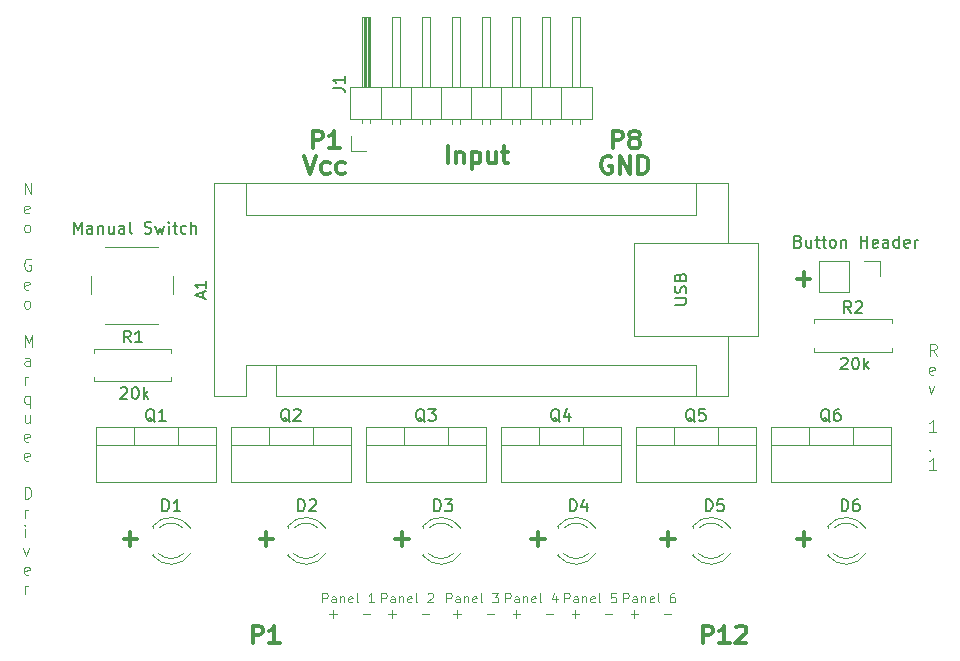
<source format=gbr>
%TF.GenerationSoftware,KiCad,Pcbnew,9.0.0*%
%TF.CreationDate,2025-07-09T11:28:47+10:00*%
%TF.ProjectId,ngmarquee.kicad_pcb_to220_1.1_m3,6e676d61-7271-4756-9565-2e6b69636164,rev?*%
%TF.SameCoordinates,Original*%
%TF.FileFunction,Legend,Top*%
%TF.FilePolarity,Positive*%
%FSLAX46Y46*%
G04 Gerber Fmt 4.6, Leading zero omitted, Abs format (unit mm)*
G04 Created by KiCad (PCBNEW 9.0.0) date 2025-07-09 11:28:47*
%MOMM*%
%LPD*%
G01*
G04 APERTURE LIST*
%ADD10C,0.100000*%
%ADD11C,0.150000*%
%ADD12C,0.300000*%
%ADD13C,0.120000*%
G04 APERTURE END LIST*
D10*
X114405789Y-99198940D02*
X114405789Y-98398940D01*
X114405789Y-98398940D02*
X114710551Y-98398940D01*
X114710551Y-98398940D02*
X114786741Y-98437035D01*
X114786741Y-98437035D02*
X114824836Y-98475130D01*
X114824836Y-98475130D02*
X114862932Y-98551321D01*
X114862932Y-98551321D02*
X114862932Y-98665606D01*
X114862932Y-98665606D02*
X114824836Y-98741797D01*
X114824836Y-98741797D02*
X114786741Y-98779892D01*
X114786741Y-98779892D02*
X114710551Y-98817987D01*
X114710551Y-98817987D02*
X114405789Y-98817987D01*
X115548646Y-99198940D02*
X115548646Y-98779892D01*
X115548646Y-98779892D02*
X115510551Y-98703702D01*
X115510551Y-98703702D02*
X115434360Y-98665606D01*
X115434360Y-98665606D02*
X115281979Y-98665606D01*
X115281979Y-98665606D02*
X115205789Y-98703702D01*
X115548646Y-99160845D02*
X115472455Y-99198940D01*
X115472455Y-99198940D02*
X115281979Y-99198940D01*
X115281979Y-99198940D02*
X115205789Y-99160845D01*
X115205789Y-99160845D02*
X115167693Y-99084654D01*
X115167693Y-99084654D02*
X115167693Y-99008464D01*
X115167693Y-99008464D02*
X115205789Y-98932273D01*
X115205789Y-98932273D02*
X115281979Y-98894178D01*
X115281979Y-98894178D02*
X115472455Y-98894178D01*
X115472455Y-98894178D02*
X115548646Y-98856083D01*
X115929599Y-98665606D02*
X115929599Y-99198940D01*
X115929599Y-98741797D02*
X115967694Y-98703702D01*
X115967694Y-98703702D02*
X116043884Y-98665606D01*
X116043884Y-98665606D02*
X116158170Y-98665606D01*
X116158170Y-98665606D02*
X116234361Y-98703702D01*
X116234361Y-98703702D02*
X116272456Y-98779892D01*
X116272456Y-98779892D02*
X116272456Y-99198940D01*
X116958171Y-99160845D02*
X116881980Y-99198940D01*
X116881980Y-99198940D02*
X116729599Y-99198940D01*
X116729599Y-99198940D02*
X116653409Y-99160845D01*
X116653409Y-99160845D02*
X116615313Y-99084654D01*
X116615313Y-99084654D02*
X116615313Y-98779892D01*
X116615313Y-98779892D02*
X116653409Y-98703702D01*
X116653409Y-98703702D02*
X116729599Y-98665606D01*
X116729599Y-98665606D02*
X116881980Y-98665606D01*
X116881980Y-98665606D02*
X116958171Y-98703702D01*
X116958171Y-98703702D02*
X116996266Y-98779892D01*
X116996266Y-98779892D02*
X116996266Y-98856083D01*
X116996266Y-98856083D02*
X116615313Y-98932273D01*
X117453408Y-99198940D02*
X117377218Y-99160845D01*
X117377218Y-99160845D02*
X117339123Y-99084654D01*
X117339123Y-99084654D02*
X117339123Y-98398940D01*
X118786742Y-99198940D02*
X118329599Y-99198940D01*
X118558171Y-99198940D02*
X118558171Y-98398940D01*
X118558171Y-98398940D02*
X118481980Y-98513225D01*
X118481980Y-98513225D02*
X118405790Y-98589416D01*
X118405790Y-98589416D02*
X118329599Y-98627511D01*
X115015313Y-100182133D02*
X115624837Y-100182133D01*
X115320075Y-100486895D02*
X115320075Y-99877371D01*
X117834361Y-100182133D02*
X118443885Y-100182133D01*
D11*
X135376779Y-91459819D02*
X135376779Y-90459819D01*
X135376779Y-90459819D02*
X135614874Y-90459819D01*
X135614874Y-90459819D02*
X135757731Y-90507438D01*
X135757731Y-90507438D02*
X135852969Y-90602676D01*
X135852969Y-90602676D02*
X135900588Y-90697914D01*
X135900588Y-90697914D02*
X135948207Y-90888390D01*
X135948207Y-90888390D02*
X135948207Y-91031247D01*
X135948207Y-91031247D02*
X135900588Y-91221723D01*
X135900588Y-91221723D02*
X135852969Y-91316961D01*
X135852969Y-91316961D02*
X135757731Y-91412200D01*
X135757731Y-91412200D02*
X135614874Y-91459819D01*
X135614874Y-91459819D02*
X135376779Y-91459819D01*
X136805350Y-90793152D02*
X136805350Y-91459819D01*
X136567255Y-90412200D02*
X136329160Y-91126485D01*
X136329160Y-91126485D02*
X136948207Y-91126485D01*
X97329160Y-81055057D02*
X97376779Y-81007438D01*
X97376779Y-81007438D02*
X97472017Y-80959819D01*
X97472017Y-80959819D02*
X97710112Y-80959819D01*
X97710112Y-80959819D02*
X97805350Y-81007438D01*
X97805350Y-81007438D02*
X97852969Y-81055057D01*
X97852969Y-81055057D02*
X97900588Y-81150295D01*
X97900588Y-81150295D02*
X97900588Y-81245533D01*
X97900588Y-81245533D02*
X97852969Y-81388390D01*
X97852969Y-81388390D02*
X97281541Y-81959819D01*
X97281541Y-81959819D02*
X97900588Y-81959819D01*
X98519636Y-80959819D02*
X98614874Y-80959819D01*
X98614874Y-80959819D02*
X98710112Y-81007438D01*
X98710112Y-81007438D02*
X98757731Y-81055057D01*
X98757731Y-81055057D02*
X98805350Y-81150295D01*
X98805350Y-81150295D02*
X98852969Y-81340771D01*
X98852969Y-81340771D02*
X98852969Y-81578866D01*
X98852969Y-81578866D02*
X98805350Y-81769342D01*
X98805350Y-81769342D02*
X98757731Y-81864580D01*
X98757731Y-81864580D02*
X98710112Y-81912200D01*
X98710112Y-81912200D02*
X98614874Y-81959819D01*
X98614874Y-81959819D02*
X98519636Y-81959819D01*
X98519636Y-81959819D02*
X98424398Y-81912200D01*
X98424398Y-81912200D02*
X98376779Y-81864580D01*
X98376779Y-81864580D02*
X98329160Y-81769342D01*
X98329160Y-81769342D02*
X98281541Y-81578866D01*
X98281541Y-81578866D02*
X98281541Y-81340771D01*
X98281541Y-81340771D02*
X98329160Y-81150295D01*
X98329160Y-81150295D02*
X98376779Y-81055057D01*
X98376779Y-81055057D02*
X98424398Y-81007438D01*
X98424398Y-81007438D02*
X98519636Y-80959819D01*
X99281541Y-81959819D02*
X99281541Y-80959819D01*
X99376779Y-81578866D02*
X99662493Y-81959819D01*
X99662493Y-81293152D02*
X99281541Y-81674104D01*
D10*
X124905789Y-99198940D02*
X124905789Y-98398940D01*
X124905789Y-98398940D02*
X125210551Y-98398940D01*
X125210551Y-98398940D02*
X125286741Y-98437035D01*
X125286741Y-98437035D02*
X125324836Y-98475130D01*
X125324836Y-98475130D02*
X125362932Y-98551321D01*
X125362932Y-98551321D02*
X125362932Y-98665606D01*
X125362932Y-98665606D02*
X125324836Y-98741797D01*
X125324836Y-98741797D02*
X125286741Y-98779892D01*
X125286741Y-98779892D02*
X125210551Y-98817987D01*
X125210551Y-98817987D02*
X124905789Y-98817987D01*
X126048646Y-99198940D02*
X126048646Y-98779892D01*
X126048646Y-98779892D02*
X126010551Y-98703702D01*
X126010551Y-98703702D02*
X125934360Y-98665606D01*
X125934360Y-98665606D02*
X125781979Y-98665606D01*
X125781979Y-98665606D02*
X125705789Y-98703702D01*
X126048646Y-99160845D02*
X125972455Y-99198940D01*
X125972455Y-99198940D02*
X125781979Y-99198940D01*
X125781979Y-99198940D02*
X125705789Y-99160845D01*
X125705789Y-99160845D02*
X125667693Y-99084654D01*
X125667693Y-99084654D02*
X125667693Y-99008464D01*
X125667693Y-99008464D02*
X125705789Y-98932273D01*
X125705789Y-98932273D02*
X125781979Y-98894178D01*
X125781979Y-98894178D02*
X125972455Y-98894178D01*
X125972455Y-98894178D02*
X126048646Y-98856083D01*
X126429599Y-98665606D02*
X126429599Y-99198940D01*
X126429599Y-98741797D02*
X126467694Y-98703702D01*
X126467694Y-98703702D02*
X126543884Y-98665606D01*
X126543884Y-98665606D02*
X126658170Y-98665606D01*
X126658170Y-98665606D02*
X126734361Y-98703702D01*
X126734361Y-98703702D02*
X126772456Y-98779892D01*
X126772456Y-98779892D02*
X126772456Y-99198940D01*
X127458171Y-99160845D02*
X127381980Y-99198940D01*
X127381980Y-99198940D02*
X127229599Y-99198940D01*
X127229599Y-99198940D02*
X127153409Y-99160845D01*
X127153409Y-99160845D02*
X127115313Y-99084654D01*
X127115313Y-99084654D02*
X127115313Y-98779892D01*
X127115313Y-98779892D02*
X127153409Y-98703702D01*
X127153409Y-98703702D02*
X127229599Y-98665606D01*
X127229599Y-98665606D02*
X127381980Y-98665606D01*
X127381980Y-98665606D02*
X127458171Y-98703702D01*
X127458171Y-98703702D02*
X127496266Y-98779892D01*
X127496266Y-98779892D02*
X127496266Y-98856083D01*
X127496266Y-98856083D02*
X127115313Y-98932273D01*
X127953408Y-99198940D02*
X127877218Y-99160845D01*
X127877218Y-99160845D02*
X127839123Y-99084654D01*
X127839123Y-99084654D02*
X127839123Y-98398940D01*
X128791504Y-98398940D02*
X129286742Y-98398940D01*
X129286742Y-98398940D02*
X129020076Y-98703702D01*
X129020076Y-98703702D02*
X129134361Y-98703702D01*
X129134361Y-98703702D02*
X129210552Y-98741797D01*
X129210552Y-98741797D02*
X129248647Y-98779892D01*
X129248647Y-98779892D02*
X129286742Y-98856083D01*
X129286742Y-98856083D02*
X129286742Y-99046559D01*
X129286742Y-99046559D02*
X129248647Y-99122749D01*
X129248647Y-99122749D02*
X129210552Y-99160845D01*
X129210552Y-99160845D02*
X129134361Y-99198940D01*
X129134361Y-99198940D02*
X128905790Y-99198940D01*
X128905790Y-99198940D02*
X128829599Y-99160845D01*
X128829599Y-99160845D02*
X128791504Y-99122749D01*
X125515313Y-100182133D02*
X126124837Y-100182133D01*
X125820075Y-100486895D02*
X125820075Y-99877371D01*
X128334361Y-100182133D02*
X128943885Y-100182133D01*
D12*
X120594510Y-93819400D02*
X121737368Y-93819400D01*
X121165939Y-94390828D02*
X121165939Y-93247971D01*
X125014510Y-62030828D02*
X125014510Y-60530828D01*
X125728796Y-61030828D02*
X125728796Y-62030828D01*
X125728796Y-61173685D02*
X125800225Y-61102257D01*
X125800225Y-61102257D02*
X125943082Y-61030828D01*
X125943082Y-61030828D02*
X126157368Y-61030828D01*
X126157368Y-61030828D02*
X126300225Y-61102257D01*
X126300225Y-61102257D02*
X126371654Y-61245114D01*
X126371654Y-61245114D02*
X126371654Y-62030828D01*
X127085939Y-61030828D02*
X127085939Y-62530828D01*
X127085939Y-61102257D02*
X127228797Y-61030828D01*
X127228797Y-61030828D02*
X127514511Y-61030828D01*
X127514511Y-61030828D02*
X127657368Y-61102257D01*
X127657368Y-61102257D02*
X127728797Y-61173685D01*
X127728797Y-61173685D02*
X127800225Y-61316542D01*
X127800225Y-61316542D02*
X127800225Y-61745114D01*
X127800225Y-61745114D02*
X127728797Y-61887971D01*
X127728797Y-61887971D02*
X127657368Y-61959400D01*
X127657368Y-61959400D02*
X127514511Y-62030828D01*
X127514511Y-62030828D02*
X127228797Y-62030828D01*
X127228797Y-62030828D02*
X127085939Y-61959400D01*
X129085940Y-61030828D02*
X129085940Y-62030828D01*
X128443082Y-61030828D02*
X128443082Y-61816542D01*
X128443082Y-61816542D02*
X128514511Y-61959400D01*
X128514511Y-61959400D02*
X128657368Y-62030828D01*
X128657368Y-62030828D02*
X128871654Y-62030828D01*
X128871654Y-62030828D02*
X129014511Y-61959400D01*
X129014511Y-61959400D02*
X129085940Y-61887971D01*
X129585940Y-61030828D02*
X130157368Y-61030828D01*
X129800225Y-60530828D02*
X129800225Y-61816542D01*
X129800225Y-61816542D02*
X129871654Y-61959400D01*
X129871654Y-61959400D02*
X130014511Y-62030828D01*
X130014511Y-62030828D02*
X130157368Y-62030828D01*
X138880225Y-61462257D02*
X138737368Y-61390828D01*
X138737368Y-61390828D02*
X138523082Y-61390828D01*
X138523082Y-61390828D02*
X138308796Y-61462257D01*
X138308796Y-61462257D02*
X138165939Y-61605114D01*
X138165939Y-61605114D02*
X138094510Y-61747971D01*
X138094510Y-61747971D02*
X138023082Y-62033685D01*
X138023082Y-62033685D02*
X138023082Y-62247971D01*
X138023082Y-62247971D02*
X138094510Y-62533685D01*
X138094510Y-62533685D02*
X138165939Y-62676542D01*
X138165939Y-62676542D02*
X138308796Y-62819400D01*
X138308796Y-62819400D02*
X138523082Y-62890828D01*
X138523082Y-62890828D02*
X138665939Y-62890828D01*
X138665939Y-62890828D02*
X138880225Y-62819400D01*
X138880225Y-62819400D02*
X138951653Y-62747971D01*
X138951653Y-62747971D02*
X138951653Y-62247971D01*
X138951653Y-62247971D02*
X138665939Y-62247971D01*
X139594510Y-62890828D02*
X139594510Y-61390828D01*
X139594510Y-61390828D02*
X140451653Y-62890828D01*
X140451653Y-62890828D02*
X140451653Y-61390828D01*
X141165939Y-62890828D02*
X141165939Y-61390828D01*
X141165939Y-61390828D02*
X141523082Y-61390828D01*
X141523082Y-61390828D02*
X141737368Y-61462257D01*
X141737368Y-61462257D02*
X141880225Y-61605114D01*
X141880225Y-61605114D02*
X141951654Y-61747971D01*
X141951654Y-61747971D02*
X142023082Y-62033685D01*
X142023082Y-62033685D02*
X142023082Y-62247971D01*
X142023082Y-62247971D02*
X141951654Y-62533685D01*
X141951654Y-62533685D02*
X141880225Y-62676542D01*
X141880225Y-62676542D02*
X141737368Y-62819400D01*
X141737368Y-62819400D02*
X141523082Y-62890828D01*
X141523082Y-62890828D02*
X141165939Y-62890828D01*
D11*
X158376779Y-91459819D02*
X158376779Y-90459819D01*
X158376779Y-90459819D02*
X158614874Y-90459819D01*
X158614874Y-90459819D02*
X158757731Y-90507438D01*
X158757731Y-90507438D02*
X158852969Y-90602676D01*
X158852969Y-90602676D02*
X158900588Y-90697914D01*
X158900588Y-90697914D02*
X158948207Y-90888390D01*
X158948207Y-90888390D02*
X158948207Y-91031247D01*
X158948207Y-91031247D02*
X158900588Y-91221723D01*
X158900588Y-91221723D02*
X158852969Y-91316961D01*
X158852969Y-91316961D02*
X158757731Y-91412200D01*
X158757731Y-91412200D02*
X158614874Y-91459819D01*
X158614874Y-91459819D02*
X158376779Y-91459819D01*
X159805350Y-90459819D02*
X159614874Y-90459819D01*
X159614874Y-90459819D02*
X159519636Y-90507438D01*
X159519636Y-90507438D02*
X159472017Y-90555057D01*
X159472017Y-90555057D02*
X159376779Y-90697914D01*
X159376779Y-90697914D02*
X159329160Y-90888390D01*
X159329160Y-90888390D02*
X159329160Y-91269342D01*
X159329160Y-91269342D02*
X159376779Y-91364580D01*
X159376779Y-91364580D02*
X159424398Y-91412200D01*
X159424398Y-91412200D02*
X159519636Y-91459819D01*
X159519636Y-91459819D02*
X159710112Y-91459819D01*
X159710112Y-91459819D02*
X159805350Y-91412200D01*
X159805350Y-91412200D02*
X159852969Y-91364580D01*
X159852969Y-91364580D02*
X159900588Y-91269342D01*
X159900588Y-91269342D02*
X159900588Y-91031247D01*
X159900588Y-91031247D02*
X159852969Y-90936009D01*
X159852969Y-90936009D02*
X159805350Y-90888390D01*
X159805350Y-90888390D02*
X159710112Y-90840771D01*
X159710112Y-90840771D02*
X159519636Y-90840771D01*
X159519636Y-90840771D02*
X159424398Y-90888390D01*
X159424398Y-90888390D02*
X159376779Y-90936009D01*
X159376779Y-90936009D02*
X159329160Y-91031247D01*
X100876779Y-91459819D02*
X100876779Y-90459819D01*
X100876779Y-90459819D02*
X101114874Y-90459819D01*
X101114874Y-90459819D02*
X101257731Y-90507438D01*
X101257731Y-90507438D02*
X101352969Y-90602676D01*
X101352969Y-90602676D02*
X101400588Y-90697914D01*
X101400588Y-90697914D02*
X101448207Y-90888390D01*
X101448207Y-90888390D02*
X101448207Y-91031247D01*
X101448207Y-91031247D02*
X101400588Y-91221723D01*
X101400588Y-91221723D02*
X101352969Y-91316961D01*
X101352969Y-91316961D02*
X101257731Y-91412200D01*
X101257731Y-91412200D02*
X101114874Y-91459819D01*
X101114874Y-91459819D02*
X100876779Y-91459819D01*
X102400588Y-91459819D02*
X101829160Y-91459819D01*
X102114874Y-91459819D02*
X102114874Y-90459819D01*
X102114874Y-90459819D02*
X102019636Y-90602676D01*
X102019636Y-90602676D02*
X101924398Y-90697914D01*
X101924398Y-90697914D02*
X101829160Y-90745533D01*
D10*
X134905789Y-99198940D02*
X134905789Y-98398940D01*
X134905789Y-98398940D02*
X135210551Y-98398940D01*
X135210551Y-98398940D02*
X135286741Y-98437035D01*
X135286741Y-98437035D02*
X135324836Y-98475130D01*
X135324836Y-98475130D02*
X135362932Y-98551321D01*
X135362932Y-98551321D02*
X135362932Y-98665606D01*
X135362932Y-98665606D02*
X135324836Y-98741797D01*
X135324836Y-98741797D02*
X135286741Y-98779892D01*
X135286741Y-98779892D02*
X135210551Y-98817987D01*
X135210551Y-98817987D02*
X134905789Y-98817987D01*
X136048646Y-99198940D02*
X136048646Y-98779892D01*
X136048646Y-98779892D02*
X136010551Y-98703702D01*
X136010551Y-98703702D02*
X135934360Y-98665606D01*
X135934360Y-98665606D02*
X135781979Y-98665606D01*
X135781979Y-98665606D02*
X135705789Y-98703702D01*
X136048646Y-99160845D02*
X135972455Y-99198940D01*
X135972455Y-99198940D02*
X135781979Y-99198940D01*
X135781979Y-99198940D02*
X135705789Y-99160845D01*
X135705789Y-99160845D02*
X135667693Y-99084654D01*
X135667693Y-99084654D02*
X135667693Y-99008464D01*
X135667693Y-99008464D02*
X135705789Y-98932273D01*
X135705789Y-98932273D02*
X135781979Y-98894178D01*
X135781979Y-98894178D02*
X135972455Y-98894178D01*
X135972455Y-98894178D02*
X136048646Y-98856083D01*
X136429599Y-98665606D02*
X136429599Y-99198940D01*
X136429599Y-98741797D02*
X136467694Y-98703702D01*
X136467694Y-98703702D02*
X136543884Y-98665606D01*
X136543884Y-98665606D02*
X136658170Y-98665606D01*
X136658170Y-98665606D02*
X136734361Y-98703702D01*
X136734361Y-98703702D02*
X136772456Y-98779892D01*
X136772456Y-98779892D02*
X136772456Y-99198940D01*
X137458171Y-99160845D02*
X137381980Y-99198940D01*
X137381980Y-99198940D02*
X137229599Y-99198940D01*
X137229599Y-99198940D02*
X137153409Y-99160845D01*
X137153409Y-99160845D02*
X137115313Y-99084654D01*
X137115313Y-99084654D02*
X137115313Y-98779892D01*
X137115313Y-98779892D02*
X137153409Y-98703702D01*
X137153409Y-98703702D02*
X137229599Y-98665606D01*
X137229599Y-98665606D02*
X137381980Y-98665606D01*
X137381980Y-98665606D02*
X137458171Y-98703702D01*
X137458171Y-98703702D02*
X137496266Y-98779892D01*
X137496266Y-98779892D02*
X137496266Y-98856083D01*
X137496266Y-98856083D02*
X137115313Y-98932273D01*
X137953408Y-99198940D02*
X137877218Y-99160845D01*
X137877218Y-99160845D02*
X137839123Y-99084654D01*
X137839123Y-99084654D02*
X137839123Y-98398940D01*
X139248647Y-98398940D02*
X138867695Y-98398940D01*
X138867695Y-98398940D02*
X138829599Y-98779892D01*
X138829599Y-98779892D02*
X138867695Y-98741797D01*
X138867695Y-98741797D02*
X138943885Y-98703702D01*
X138943885Y-98703702D02*
X139134361Y-98703702D01*
X139134361Y-98703702D02*
X139210552Y-98741797D01*
X139210552Y-98741797D02*
X139248647Y-98779892D01*
X139248647Y-98779892D02*
X139286742Y-98856083D01*
X139286742Y-98856083D02*
X139286742Y-99046559D01*
X139286742Y-99046559D02*
X139248647Y-99122749D01*
X139248647Y-99122749D02*
X139210552Y-99160845D01*
X139210552Y-99160845D02*
X139134361Y-99198940D01*
X139134361Y-99198940D02*
X138943885Y-99198940D01*
X138943885Y-99198940D02*
X138867695Y-99160845D01*
X138867695Y-99160845D02*
X138829599Y-99122749D01*
X135515313Y-100182133D02*
X136124837Y-100182133D01*
X135820075Y-100486895D02*
X135820075Y-99877371D01*
X138334361Y-100182133D02*
X138943885Y-100182133D01*
X129905789Y-99198940D02*
X129905789Y-98398940D01*
X129905789Y-98398940D02*
X130210551Y-98398940D01*
X130210551Y-98398940D02*
X130286741Y-98437035D01*
X130286741Y-98437035D02*
X130324836Y-98475130D01*
X130324836Y-98475130D02*
X130362932Y-98551321D01*
X130362932Y-98551321D02*
X130362932Y-98665606D01*
X130362932Y-98665606D02*
X130324836Y-98741797D01*
X130324836Y-98741797D02*
X130286741Y-98779892D01*
X130286741Y-98779892D02*
X130210551Y-98817987D01*
X130210551Y-98817987D02*
X129905789Y-98817987D01*
X131048646Y-99198940D02*
X131048646Y-98779892D01*
X131048646Y-98779892D02*
X131010551Y-98703702D01*
X131010551Y-98703702D02*
X130934360Y-98665606D01*
X130934360Y-98665606D02*
X130781979Y-98665606D01*
X130781979Y-98665606D02*
X130705789Y-98703702D01*
X131048646Y-99160845D02*
X130972455Y-99198940D01*
X130972455Y-99198940D02*
X130781979Y-99198940D01*
X130781979Y-99198940D02*
X130705789Y-99160845D01*
X130705789Y-99160845D02*
X130667693Y-99084654D01*
X130667693Y-99084654D02*
X130667693Y-99008464D01*
X130667693Y-99008464D02*
X130705789Y-98932273D01*
X130705789Y-98932273D02*
X130781979Y-98894178D01*
X130781979Y-98894178D02*
X130972455Y-98894178D01*
X130972455Y-98894178D02*
X131048646Y-98856083D01*
X131429599Y-98665606D02*
X131429599Y-99198940D01*
X131429599Y-98741797D02*
X131467694Y-98703702D01*
X131467694Y-98703702D02*
X131543884Y-98665606D01*
X131543884Y-98665606D02*
X131658170Y-98665606D01*
X131658170Y-98665606D02*
X131734361Y-98703702D01*
X131734361Y-98703702D02*
X131772456Y-98779892D01*
X131772456Y-98779892D02*
X131772456Y-99198940D01*
X132458171Y-99160845D02*
X132381980Y-99198940D01*
X132381980Y-99198940D02*
X132229599Y-99198940D01*
X132229599Y-99198940D02*
X132153409Y-99160845D01*
X132153409Y-99160845D02*
X132115313Y-99084654D01*
X132115313Y-99084654D02*
X132115313Y-98779892D01*
X132115313Y-98779892D02*
X132153409Y-98703702D01*
X132153409Y-98703702D02*
X132229599Y-98665606D01*
X132229599Y-98665606D02*
X132381980Y-98665606D01*
X132381980Y-98665606D02*
X132458171Y-98703702D01*
X132458171Y-98703702D02*
X132496266Y-98779892D01*
X132496266Y-98779892D02*
X132496266Y-98856083D01*
X132496266Y-98856083D02*
X132115313Y-98932273D01*
X132953408Y-99198940D02*
X132877218Y-99160845D01*
X132877218Y-99160845D02*
X132839123Y-99084654D01*
X132839123Y-99084654D02*
X132839123Y-98398940D01*
X134210552Y-98665606D02*
X134210552Y-99198940D01*
X134020076Y-98360845D02*
X133829599Y-98932273D01*
X133829599Y-98932273D02*
X134324838Y-98932273D01*
X130515313Y-100182133D02*
X131124837Y-100182133D01*
X130820075Y-100486895D02*
X130820075Y-99877371D01*
X133334361Y-100182133D02*
X133943885Y-100182133D01*
D12*
X108504510Y-102670828D02*
X108504510Y-101170828D01*
X108504510Y-101170828D02*
X109075939Y-101170828D01*
X109075939Y-101170828D02*
X109218796Y-101242257D01*
X109218796Y-101242257D02*
X109290225Y-101313685D01*
X109290225Y-101313685D02*
X109361653Y-101456542D01*
X109361653Y-101456542D02*
X109361653Y-101670828D01*
X109361653Y-101670828D02*
X109290225Y-101813685D01*
X109290225Y-101813685D02*
X109218796Y-101885114D01*
X109218796Y-101885114D02*
X109075939Y-101956542D01*
X109075939Y-101956542D02*
X108504510Y-101956542D01*
X110790225Y-102670828D02*
X109933082Y-102670828D01*
X110361653Y-102670828D02*
X110361653Y-101170828D01*
X110361653Y-101170828D02*
X110218796Y-101385114D01*
X110218796Y-101385114D02*
X110075939Y-101527971D01*
X110075939Y-101527971D02*
X109933082Y-101599400D01*
D10*
X166415312Y-78302755D02*
X166081979Y-77826564D01*
X165843884Y-78302755D02*
X165843884Y-77302755D01*
X165843884Y-77302755D02*
X166224836Y-77302755D01*
X166224836Y-77302755D02*
X166320074Y-77350374D01*
X166320074Y-77350374D02*
X166367693Y-77397993D01*
X166367693Y-77397993D02*
X166415312Y-77493231D01*
X166415312Y-77493231D02*
X166415312Y-77636088D01*
X166415312Y-77636088D02*
X166367693Y-77731326D01*
X166367693Y-77731326D02*
X166320074Y-77778945D01*
X166320074Y-77778945D02*
X166224836Y-77826564D01*
X166224836Y-77826564D02*
X165843884Y-77826564D01*
X166224836Y-79865080D02*
X166129598Y-79912699D01*
X166129598Y-79912699D02*
X165939122Y-79912699D01*
X165939122Y-79912699D02*
X165843884Y-79865080D01*
X165843884Y-79865080D02*
X165796265Y-79769841D01*
X165796265Y-79769841D02*
X165796265Y-79388889D01*
X165796265Y-79388889D02*
X165843884Y-79293651D01*
X165843884Y-79293651D02*
X165939122Y-79246032D01*
X165939122Y-79246032D02*
X166129598Y-79246032D01*
X166129598Y-79246032D02*
X166224836Y-79293651D01*
X166224836Y-79293651D02*
X166272455Y-79388889D01*
X166272455Y-79388889D02*
X166272455Y-79484127D01*
X166272455Y-79484127D02*
X165796265Y-79579365D01*
X165748646Y-80855976D02*
X165986741Y-81522643D01*
X165986741Y-81522643D02*
X166224836Y-80855976D01*
X166367693Y-84742531D02*
X165796265Y-84742531D01*
X166081979Y-84742531D02*
X166081979Y-83742531D01*
X166081979Y-83742531D02*
X165986741Y-83885388D01*
X165986741Y-83885388D02*
X165891503Y-83980626D01*
X165891503Y-83980626D02*
X165796265Y-84028245D01*
X165843884Y-86257236D02*
X165891503Y-86304856D01*
X165891503Y-86304856D02*
X165843884Y-86352475D01*
X165843884Y-86352475D02*
X165796265Y-86304856D01*
X165796265Y-86304856D02*
X165843884Y-86257236D01*
X165843884Y-86257236D02*
X165843884Y-86352475D01*
X166367693Y-87962419D02*
X165796265Y-87962419D01*
X166081979Y-87962419D02*
X166081979Y-86962419D01*
X166081979Y-86962419D02*
X165986741Y-87105276D01*
X165986741Y-87105276D02*
X165891503Y-87200514D01*
X165891503Y-87200514D02*
X165796265Y-87248133D01*
X139905789Y-99198940D02*
X139905789Y-98398940D01*
X139905789Y-98398940D02*
X140210551Y-98398940D01*
X140210551Y-98398940D02*
X140286741Y-98437035D01*
X140286741Y-98437035D02*
X140324836Y-98475130D01*
X140324836Y-98475130D02*
X140362932Y-98551321D01*
X140362932Y-98551321D02*
X140362932Y-98665606D01*
X140362932Y-98665606D02*
X140324836Y-98741797D01*
X140324836Y-98741797D02*
X140286741Y-98779892D01*
X140286741Y-98779892D02*
X140210551Y-98817987D01*
X140210551Y-98817987D02*
X139905789Y-98817987D01*
X141048646Y-99198940D02*
X141048646Y-98779892D01*
X141048646Y-98779892D02*
X141010551Y-98703702D01*
X141010551Y-98703702D02*
X140934360Y-98665606D01*
X140934360Y-98665606D02*
X140781979Y-98665606D01*
X140781979Y-98665606D02*
X140705789Y-98703702D01*
X141048646Y-99160845D02*
X140972455Y-99198940D01*
X140972455Y-99198940D02*
X140781979Y-99198940D01*
X140781979Y-99198940D02*
X140705789Y-99160845D01*
X140705789Y-99160845D02*
X140667693Y-99084654D01*
X140667693Y-99084654D02*
X140667693Y-99008464D01*
X140667693Y-99008464D02*
X140705789Y-98932273D01*
X140705789Y-98932273D02*
X140781979Y-98894178D01*
X140781979Y-98894178D02*
X140972455Y-98894178D01*
X140972455Y-98894178D02*
X141048646Y-98856083D01*
X141429599Y-98665606D02*
X141429599Y-99198940D01*
X141429599Y-98741797D02*
X141467694Y-98703702D01*
X141467694Y-98703702D02*
X141543884Y-98665606D01*
X141543884Y-98665606D02*
X141658170Y-98665606D01*
X141658170Y-98665606D02*
X141734361Y-98703702D01*
X141734361Y-98703702D02*
X141772456Y-98779892D01*
X141772456Y-98779892D02*
X141772456Y-99198940D01*
X142458171Y-99160845D02*
X142381980Y-99198940D01*
X142381980Y-99198940D02*
X142229599Y-99198940D01*
X142229599Y-99198940D02*
X142153409Y-99160845D01*
X142153409Y-99160845D02*
X142115313Y-99084654D01*
X142115313Y-99084654D02*
X142115313Y-98779892D01*
X142115313Y-98779892D02*
X142153409Y-98703702D01*
X142153409Y-98703702D02*
X142229599Y-98665606D01*
X142229599Y-98665606D02*
X142381980Y-98665606D01*
X142381980Y-98665606D02*
X142458171Y-98703702D01*
X142458171Y-98703702D02*
X142496266Y-98779892D01*
X142496266Y-98779892D02*
X142496266Y-98856083D01*
X142496266Y-98856083D02*
X142115313Y-98932273D01*
X142953408Y-99198940D02*
X142877218Y-99160845D01*
X142877218Y-99160845D02*
X142839123Y-99084654D01*
X142839123Y-99084654D02*
X142839123Y-98398940D01*
X144210552Y-98398940D02*
X144058171Y-98398940D01*
X144058171Y-98398940D02*
X143981980Y-98437035D01*
X143981980Y-98437035D02*
X143943885Y-98475130D01*
X143943885Y-98475130D02*
X143867695Y-98589416D01*
X143867695Y-98589416D02*
X143829599Y-98741797D01*
X143829599Y-98741797D02*
X143829599Y-99046559D01*
X143829599Y-99046559D02*
X143867695Y-99122749D01*
X143867695Y-99122749D02*
X143905790Y-99160845D01*
X143905790Y-99160845D02*
X143981980Y-99198940D01*
X143981980Y-99198940D02*
X144134361Y-99198940D01*
X144134361Y-99198940D02*
X144210552Y-99160845D01*
X144210552Y-99160845D02*
X144248647Y-99122749D01*
X144248647Y-99122749D02*
X144286742Y-99046559D01*
X144286742Y-99046559D02*
X144286742Y-98856083D01*
X144286742Y-98856083D02*
X144248647Y-98779892D01*
X144248647Y-98779892D02*
X144210552Y-98741797D01*
X144210552Y-98741797D02*
X144134361Y-98703702D01*
X144134361Y-98703702D02*
X143981980Y-98703702D01*
X143981980Y-98703702D02*
X143905790Y-98741797D01*
X143905790Y-98741797D02*
X143867695Y-98779892D01*
X143867695Y-98779892D02*
X143829599Y-98856083D01*
X140515313Y-100182133D02*
X141124837Y-100182133D01*
X140820075Y-100486895D02*
X140820075Y-99877371D01*
X143334361Y-100182133D02*
X143943885Y-100182133D01*
D11*
X112376779Y-91459819D02*
X112376779Y-90459819D01*
X112376779Y-90459819D02*
X112614874Y-90459819D01*
X112614874Y-90459819D02*
X112757731Y-90507438D01*
X112757731Y-90507438D02*
X112852969Y-90602676D01*
X112852969Y-90602676D02*
X112900588Y-90697914D01*
X112900588Y-90697914D02*
X112948207Y-90888390D01*
X112948207Y-90888390D02*
X112948207Y-91031247D01*
X112948207Y-91031247D02*
X112900588Y-91221723D01*
X112900588Y-91221723D02*
X112852969Y-91316961D01*
X112852969Y-91316961D02*
X112757731Y-91412200D01*
X112757731Y-91412200D02*
X112614874Y-91459819D01*
X112614874Y-91459819D02*
X112376779Y-91459819D01*
X113329160Y-90555057D02*
X113376779Y-90507438D01*
X113376779Y-90507438D02*
X113472017Y-90459819D01*
X113472017Y-90459819D02*
X113710112Y-90459819D01*
X113710112Y-90459819D02*
X113805350Y-90507438D01*
X113805350Y-90507438D02*
X113852969Y-90555057D01*
X113852969Y-90555057D02*
X113900588Y-90650295D01*
X113900588Y-90650295D02*
X113900588Y-90745533D01*
X113900588Y-90745533D02*
X113852969Y-90888390D01*
X113852969Y-90888390D02*
X113281541Y-91459819D01*
X113281541Y-91459819D02*
X113900588Y-91459819D01*
D12*
X113584510Y-60760828D02*
X113584510Y-59260828D01*
X113584510Y-59260828D02*
X114155939Y-59260828D01*
X114155939Y-59260828D02*
X114298796Y-59332257D01*
X114298796Y-59332257D02*
X114370225Y-59403685D01*
X114370225Y-59403685D02*
X114441653Y-59546542D01*
X114441653Y-59546542D02*
X114441653Y-59760828D01*
X114441653Y-59760828D02*
X114370225Y-59903685D01*
X114370225Y-59903685D02*
X114298796Y-59975114D01*
X114298796Y-59975114D02*
X114155939Y-60046542D01*
X114155939Y-60046542D02*
X113584510Y-60046542D01*
X115870225Y-60760828D02*
X115013082Y-60760828D01*
X115441653Y-60760828D02*
X115441653Y-59260828D01*
X115441653Y-59260828D02*
X115298796Y-59475114D01*
X115298796Y-59475114D02*
X115155939Y-59617971D01*
X115155939Y-59617971D02*
X115013082Y-59689400D01*
X146604510Y-102670828D02*
X146604510Y-101170828D01*
X146604510Y-101170828D02*
X147175939Y-101170828D01*
X147175939Y-101170828D02*
X147318796Y-101242257D01*
X147318796Y-101242257D02*
X147390225Y-101313685D01*
X147390225Y-101313685D02*
X147461653Y-101456542D01*
X147461653Y-101456542D02*
X147461653Y-101670828D01*
X147461653Y-101670828D02*
X147390225Y-101813685D01*
X147390225Y-101813685D02*
X147318796Y-101885114D01*
X147318796Y-101885114D02*
X147175939Y-101956542D01*
X147175939Y-101956542D02*
X146604510Y-101956542D01*
X148890225Y-102670828D02*
X148033082Y-102670828D01*
X148461653Y-102670828D02*
X148461653Y-101170828D01*
X148461653Y-101170828D02*
X148318796Y-101385114D01*
X148318796Y-101385114D02*
X148175939Y-101527971D01*
X148175939Y-101527971D02*
X148033082Y-101599400D01*
X149461653Y-101313685D02*
X149533081Y-101242257D01*
X149533081Y-101242257D02*
X149675939Y-101170828D01*
X149675939Y-101170828D02*
X150033081Y-101170828D01*
X150033081Y-101170828D02*
X150175939Y-101242257D01*
X150175939Y-101242257D02*
X150247367Y-101313685D01*
X150247367Y-101313685D02*
X150318796Y-101456542D01*
X150318796Y-101456542D02*
X150318796Y-101599400D01*
X150318796Y-101599400D02*
X150247367Y-101813685D01*
X150247367Y-101813685D02*
X149390224Y-102670828D01*
X149390224Y-102670828D02*
X150318796Y-102670828D01*
X112880225Y-61390828D02*
X113380225Y-62890828D01*
X113380225Y-62890828D02*
X113880225Y-61390828D01*
X115023082Y-62819400D02*
X114880224Y-62890828D01*
X114880224Y-62890828D02*
X114594510Y-62890828D01*
X114594510Y-62890828D02*
X114451653Y-62819400D01*
X114451653Y-62819400D02*
X114380224Y-62747971D01*
X114380224Y-62747971D02*
X114308796Y-62605114D01*
X114308796Y-62605114D02*
X114308796Y-62176542D01*
X114308796Y-62176542D02*
X114380224Y-62033685D01*
X114380224Y-62033685D02*
X114451653Y-61962257D01*
X114451653Y-61962257D02*
X114594510Y-61890828D01*
X114594510Y-61890828D02*
X114880224Y-61890828D01*
X114880224Y-61890828D02*
X115023082Y-61962257D01*
X116308796Y-62819400D02*
X116165938Y-62890828D01*
X116165938Y-62890828D02*
X115880224Y-62890828D01*
X115880224Y-62890828D02*
X115737367Y-62819400D01*
X115737367Y-62819400D02*
X115665938Y-62747971D01*
X115665938Y-62747971D02*
X115594510Y-62605114D01*
X115594510Y-62605114D02*
X115594510Y-62176542D01*
X115594510Y-62176542D02*
X115665938Y-62033685D01*
X115665938Y-62033685D02*
X115737367Y-61962257D01*
X115737367Y-61962257D02*
X115880224Y-61890828D01*
X115880224Y-61890828D02*
X116165938Y-61890828D01*
X116165938Y-61890828D02*
X116308796Y-61962257D01*
X154594510Y-93819400D02*
X155737368Y-93819400D01*
X155165939Y-94390828D02*
X155165939Y-93247971D01*
D10*
X119405789Y-99198940D02*
X119405789Y-98398940D01*
X119405789Y-98398940D02*
X119710551Y-98398940D01*
X119710551Y-98398940D02*
X119786741Y-98437035D01*
X119786741Y-98437035D02*
X119824836Y-98475130D01*
X119824836Y-98475130D02*
X119862932Y-98551321D01*
X119862932Y-98551321D02*
X119862932Y-98665606D01*
X119862932Y-98665606D02*
X119824836Y-98741797D01*
X119824836Y-98741797D02*
X119786741Y-98779892D01*
X119786741Y-98779892D02*
X119710551Y-98817987D01*
X119710551Y-98817987D02*
X119405789Y-98817987D01*
X120548646Y-99198940D02*
X120548646Y-98779892D01*
X120548646Y-98779892D02*
X120510551Y-98703702D01*
X120510551Y-98703702D02*
X120434360Y-98665606D01*
X120434360Y-98665606D02*
X120281979Y-98665606D01*
X120281979Y-98665606D02*
X120205789Y-98703702D01*
X120548646Y-99160845D02*
X120472455Y-99198940D01*
X120472455Y-99198940D02*
X120281979Y-99198940D01*
X120281979Y-99198940D02*
X120205789Y-99160845D01*
X120205789Y-99160845D02*
X120167693Y-99084654D01*
X120167693Y-99084654D02*
X120167693Y-99008464D01*
X120167693Y-99008464D02*
X120205789Y-98932273D01*
X120205789Y-98932273D02*
X120281979Y-98894178D01*
X120281979Y-98894178D02*
X120472455Y-98894178D01*
X120472455Y-98894178D02*
X120548646Y-98856083D01*
X120929599Y-98665606D02*
X120929599Y-99198940D01*
X120929599Y-98741797D02*
X120967694Y-98703702D01*
X120967694Y-98703702D02*
X121043884Y-98665606D01*
X121043884Y-98665606D02*
X121158170Y-98665606D01*
X121158170Y-98665606D02*
X121234361Y-98703702D01*
X121234361Y-98703702D02*
X121272456Y-98779892D01*
X121272456Y-98779892D02*
X121272456Y-99198940D01*
X121958171Y-99160845D02*
X121881980Y-99198940D01*
X121881980Y-99198940D02*
X121729599Y-99198940D01*
X121729599Y-99198940D02*
X121653409Y-99160845D01*
X121653409Y-99160845D02*
X121615313Y-99084654D01*
X121615313Y-99084654D02*
X121615313Y-98779892D01*
X121615313Y-98779892D02*
X121653409Y-98703702D01*
X121653409Y-98703702D02*
X121729599Y-98665606D01*
X121729599Y-98665606D02*
X121881980Y-98665606D01*
X121881980Y-98665606D02*
X121958171Y-98703702D01*
X121958171Y-98703702D02*
X121996266Y-98779892D01*
X121996266Y-98779892D02*
X121996266Y-98856083D01*
X121996266Y-98856083D02*
X121615313Y-98932273D01*
X122453408Y-99198940D02*
X122377218Y-99160845D01*
X122377218Y-99160845D02*
X122339123Y-99084654D01*
X122339123Y-99084654D02*
X122339123Y-98398940D01*
X123329599Y-98475130D02*
X123367695Y-98437035D01*
X123367695Y-98437035D02*
X123443885Y-98398940D01*
X123443885Y-98398940D02*
X123634361Y-98398940D01*
X123634361Y-98398940D02*
X123710552Y-98437035D01*
X123710552Y-98437035D02*
X123748647Y-98475130D01*
X123748647Y-98475130D02*
X123786742Y-98551321D01*
X123786742Y-98551321D02*
X123786742Y-98627511D01*
X123786742Y-98627511D02*
X123748647Y-98741797D01*
X123748647Y-98741797D02*
X123291504Y-99198940D01*
X123291504Y-99198940D02*
X123786742Y-99198940D01*
X120015313Y-100182133D02*
X120624837Y-100182133D01*
X120320075Y-100486895D02*
X120320075Y-99877371D01*
X122834361Y-100182133D02*
X123443885Y-100182133D01*
D11*
X146876779Y-91459819D02*
X146876779Y-90459819D01*
X146876779Y-90459819D02*
X147114874Y-90459819D01*
X147114874Y-90459819D02*
X147257731Y-90507438D01*
X147257731Y-90507438D02*
X147352969Y-90602676D01*
X147352969Y-90602676D02*
X147400588Y-90697914D01*
X147400588Y-90697914D02*
X147448207Y-90888390D01*
X147448207Y-90888390D02*
X147448207Y-91031247D01*
X147448207Y-91031247D02*
X147400588Y-91221723D01*
X147400588Y-91221723D02*
X147352969Y-91316961D01*
X147352969Y-91316961D02*
X147257731Y-91412200D01*
X147257731Y-91412200D02*
X147114874Y-91459819D01*
X147114874Y-91459819D02*
X146876779Y-91459819D01*
X148352969Y-90459819D02*
X147876779Y-90459819D01*
X147876779Y-90459819D02*
X147829160Y-90936009D01*
X147829160Y-90936009D02*
X147876779Y-90888390D01*
X147876779Y-90888390D02*
X147972017Y-90840771D01*
X147972017Y-90840771D02*
X148210112Y-90840771D01*
X148210112Y-90840771D02*
X148305350Y-90888390D01*
X148305350Y-90888390D02*
X148352969Y-90936009D01*
X148352969Y-90936009D02*
X148400588Y-91031247D01*
X148400588Y-91031247D02*
X148400588Y-91269342D01*
X148400588Y-91269342D02*
X148352969Y-91364580D01*
X148352969Y-91364580D02*
X148305350Y-91412200D01*
X148305350Y-91412200D02*
X148210112Y-91459819D01*
X148210112Y-91459819D02*
X147972017Y-91459819D01*
X147972017Y-91459819D02*
X147876779Y-91412200D01*
X147876779Y-91412200D02*
X147829160Y-91364580D01*
X154710112Y-68626009D02*
X154852969Y-68673628D01*
X154852969Y-68673628D02*
X154900588Y-68721247D01*
X154900588Y-68721247D02*
X154948207Y-68816485D01*
X154948207Y-68816485D02*
X154948207Y-68959342D01*
X154948207Y-68959342D02*
X154900588Y-69054580D01*
X154900588Y-69054580D02*
X154852969Y-69102200D01*
X154852969Y-69102200D02*
X154757731Y-69149819D01*
X154757731Y-69149819D02*
X154376779Y-69149819D01*
X154376779Y-69149819D02*
X154376779Y-68149819D01*
X154376779Y-68149819D02*
X154710112Y-68149819D01*
X154710112Y-68149819D02*
X154805350Y-68197438D01*
X154805350Y-68197438D02*
X154852969Y-68245057D01*
X154852969Y-68245057D02*
X154900588Y-68340295D01*
X154900588Y-68340295D02*
X154900588Y-68435533D01*
X154900588Y-68435533D02*
X154852969Y-68530771D01*
X154852969Y-68530771D02*
X154805350Y-68578390D01*
X154805350Y-68578390D02*
X154710112Y-68626009D01*
X154710112Y-68626009D02*
X154376779Y-68626009D01*
X155805350Y-68483152D02*
X155805350Y-69149819D01*
X155376779Y-68483152D02*
X155376779Y-69006961D01*
X155376779Y-69006961D02*
X155424398Y-69102200D01*
X155424398Y-69102200D02*
X155519636Y-69149819D01*
X155519636Y-69149819D02*
X155662493Y-69149819D01*
X155662493Y-69149819D02*
X155757731Y-69102200D01*
X155757731Y-69102200D02*
X155805350Y-69054580D01*
X156138684Y-68483152D02*
X156519636Y-68483152D01*
X156281541Y-68149819D02*
X156281541Y-69006961D01*
X156281541Y-69006961D02*
X156329160Y-69102200D01*
X156329160Y-69102200D02*
X156424398Y-69149819D01*
X156424398Y-69149819D02*
X156519636Y-69149819D01*
X156710113Y-68483152D02*
X157091065Y-68483152D01*
X156852970Y-68149819D02*
X156852970Y-69006961D01*
X156852970Y-69006961D02*
X156900589Y-69102200D01*
X156900589Y-69102200D02*
X156995827Y-69149819D01*
X156995827Y-69149819D02*
X157091065Y-69149819D01*
X157567256Y-69149819D02*
X157472018Y-69102200D01*
X157472018Y-69102200D02*
X157424399Y-69054580D01*
X157424399Y-69054580D02*
X157376780Y-68959342D01*
X157376780Y-68959342D02*
X157376780Y-68673628D01*
X157376780Y-68673628D02*
X157424399Y-68578390D01*
X157424399Y-68578390D02*
X157472018Y-68530771D01*
X157472018Y-68530771D02*
X157567256Y-68483152D01*
X157567256Y-68483152D02*
X157710113Y-68483152D01*
X157710113Y-68483152D02*
X157805351Y-68530771D01*
X157805351Y-68530771D02*
X157852970Y-68578390D01*
X157852970Y-68578390D02*
X157900589Y-68673628D01*
X157900589Y-68673628D02*
X157900589Y-68959342D01*
X157900589Y-68959342D02*
X157852970Y-69054580D01*
X157852970Y-69054580D02*
X157805351Y-69102200D01*
X157805351Y-69102200D02*
X157710113Y-69149819D01*
X157710113Y-69149819D02*
X157567256Y-69149819D01*
X158329161Y-68483152D02*
X158329161Y-69149819D01*
X158329161Y-68578390D02*
X158376780Y-68530771D01*
X158376780Y-68530771D02*
X158472018Y-68483152D01*
X158472018Y-68483152D02*
X158614875Y-68483152D01*
X158614875Y-68483152D02*
X158710113Y-68530771D01*
X158710113Y-68530771D02*
X158757732Y-68626009D01*
X158757732Y-68626009D02*
X158757732Y-69149819D01*
X159995828Y-69149819D02*
X159995828Y-68149819D01*
X159995828Y-68626009D02*
X160567256Y-68626009D01*
X160567256Y-69149819D02*
X160567256Y-68149819D01*
X161424399Y-69102200D02*
X161329161Y-69149819D01*
X161329161Y-69149819D02*
X161138685Y-69149819D01*
X161138685Y-69149819D02*
X161043447Y-69102200D01*
X161043447Y-69102200D02*
X160995828Y-69006961D01*
X160995828Y-69006961D02*
X160995828Y-68626009D01*
X160995828Y-68626009D02*
X161043447Y-68530771D01*
X161043447Y-68530771D02*
X161138685Y-68483152D01*
X161138685Y-68483152D02*
X161329161Y-68483152D01*
X161329161Y-68483152D02*
X161424399Y-68530771D01*
X161424399Y-68530771D02*
X161472018Y-68626009D01*
X161472018Y-68626009D02*
X161472018Y-68721247D01*
X161472018Y-68721247D02*
X160995828Y-68816485D01*
X162329161Y-69149819D02*
X162329161Y-68626009D01*
X162329161Y-68626009D02*
X162281542Y-68530771D01*
X162281542Y-68530771D02*
X162186304Y-68483152D01*
X162186304Y-68483152D02*
X161995828Y-68483152D01*
X161995828Y-68483152D02*
X161900590Y-68530771D01*
X162329161Y-69102200D02*
X162233923Y-69149819D01*
X162233923Y-69149819D02*
X161995828Y-69149819D01*
X161995828Y-69149819D02*
X161900590Y-69102200D01*
X161900590Y-69102200D02*
X161852971Y-69006961D01*
X161852971Y-69006961D02*
X161852971Y-68911723D01*
X161852971Y-68911723D02*
X161900590Y-68816485D01*
X161900590Y-68816485D02*
X161995828Y-68768866D01*
X161995828Y-68768866D02*
X162233923Y-68768866D01*
X162233923Y-68768866D02*
X162329161Y-68721247D01*
X163233923Y-69149819D02*
X163233923Y-68149819D01*
X163233923Y-69102200D02*
X163138685Y-69149819D01*
X163138685Y-69149819D02*
X162948209Y-69149819D01*
X162948209Y-69149819D02*
X162852971Y-69102200D01*
X162852971Y-69102200D02*
X162805352Y-69054580D01*
X162805352Y-69054580D02*
X162757733Y-68959342D01*
X162757733Y-68959342D02*
X162757733Y-68673628D01*
X162757733Y-68673628D02*
X162805352Y-68578390D01*
X162805352Y-68578390D02*
X162852971Y-68530771D01*
X162852971Y-68530771D02*
X162948209Y-68483152D01*
X162948209Y-68483152D02*
X163138685Y-68483152D01*
X163138685Y-68483152D02*
X163233923Y-68530771D01*
X164091066Y-69102200D02*
X163995828Y-69149819D01*
X163995828Y-69149819D02*
X163805352Y-69149819D01*
X163805352Y-69149819D02*
X163710114Y-69102200D01*
X163710114Y-69102200D02*
X163662495Y-69006961D01*
X163662495Y-69006961D02*
X163662495Y-68626009D01*
X163662495Y-68626009D02*
X163710114Y-68530771D01*
X163710114Y-68530771D02*
X163805352Y-68483152D01*
X163805352Y-68483152D02*
X163995828Y-68483152D01*
X163995828Y-68483152D02*
X164091066Y-68530771D01*
X164091066Y-68530771D02*
X164138685Y-68626009D01*
X164138685Y-68626009D02*
X164138685Y-68721247D01*
X164138685Y-68721247D02*
X163662495Y-68816485D01*
X164567257Y-69149819D02*
X164567257Y-68483152D01*
X164567257Y-68673628D02*
X164614876Y-68578390D01*
X164614876Y-68578390D02*
X164662495Y-68530771D01*
X164662495Y-68530771D02*
X164757733Y-68483152D01*
X164757733Y-68483152D02*
X164852971Y-68483152D01*
X123876779Y-91459819D02*
X123876779Y-90459819D01*
X123876779Y-90459819D02*
X124114874Y-90459819D01*
X124114874Y-90459819D02*
X124257731Y-90507438D01*
X124257731Y-90507438D02*
X124352969Y-90602676D01*
X124352969Y-90602676D02*
X124400588Y-90697914D01*
X124400588Y-90697914D02*
X124448207Y-90888390D01*
X124448207Y-90888390D02*
X124448207Y-91031247D01*
X124448207Y-91031247D02*
X124400588Y-91221723D01*
X124400588Y-91221723D02*
X124352969Y-91316961D01*
X124352969Y-91316961D02*
X124257731Y-91412200D01*
X124257731Y-91412200D02*
X124114874Y-91459819D01*
X124114874Y-91459819D02*
X123876779Y-91459819D01*
X124781541Y-90459819D02*
X125400588Y-90459819D01*
X125400588Y-90459819D02*
X125067255Y-90840771D01*
X125067255Y-90840771D02*
X125210112Y-90840771D01*
X125210112Y-90840771D02*
X125305350Y-90888390D01*
X125305350Y-90888390D02*
X125352969Y-90936009D01*
X125352969Y-90936009D02*
X125400588Y-91031247D01*
X125400588Y-91031247D02*
X125400588Y-91269342D01*
X125400588Y-91269342D02*
X125352969Y-91364580D01*
X125352969Y-91364580D02*
X125305350Y-91412200D01*
X125305350Y-91412200D02*
X125210112Y-91459819D01*
X125210112Y-91459819D02*
X124924398Y-91459819D01*
X124924398Y-91459819D02*
X124829160Y-91412200D01*
X124829160Y-91412200D02*
X124781541Y-91364580D01*
D12*
X109094510Y-93819400D02*
X110237368Y-93819400D01*
X109665939Y-94390828D02*
X109665939Y-93247971D01*
X132094510Y-93819400D02*
X133237368Y-93819400D01*
X132665939Y-94390828D02*
X132665939Y-93247971D01*
X138984510Y-60760828D02*
X138984510Y-59260828D01*
X138984510Y-59260828D02*
X139555939Y-59260828D01*
X139555939Y-59260828D02*
X139698796Y-59332257D01*
X139698796Y-59332257D02*
X139770225Y-59403685D01*
X139770225Y-59403685D02*
X139841653Y-59546542D01*
X139841653Y-59546542D02*
X139841653Y-59760828D01*
X139841653Y-59760828D02*
X139770225Y-59903685D01*
X139770225Y-59903685D02*
X139698796Y-59975114D01*
X139698796Y-59975114D02*
X139555939Y-60046542D01*
X139555939Y-60046542D02*
X138984510Y-60046542D01*
X140698796Y-59903685D02*
X140555939Y-59832257D01*
X140555939Y-59832257D02*
X140484510Y-59760828D01*
X140484510Y-59760828D02*
X140413082Y-59617971D01*
X140413082Y-59617971D02*
X140413082Y-59546542D01*
X140413082Y-59546542D02*
X140484510Y-59403685D01*
X140484510Y-59403685D02*
X140555939Y-59332257D01*
X140555939Y-59332257D02*
X140698796Y-59260828D01*
X140698796Y-59260828D02*
X140984510Y-59260828D01*
X140984510Y-59260828D02*
X141127368Y-59332257D01*
X141127368Y-59332257D02*
X141198796Y-59403685D01*
X141198796Y-59403685D02*
X141270225Y-59546542D01*
X141270225Y-59546542D02*
X141270225Y-59617971D01*
X141270225Y-59617971D02*
X141198796Y-59760828D01*
X141198796Y-59760828D02*
X141127368Y-59832257D01*
X141127368Y-59832257D02*
X140984510Y-59903685D01*
X140984510Y-59903685D02*
X140698796Y-59903685D01*
X140698796Y-59903685D02*
X140555939Y-59975114D01*
X140555939Y-59975114D02*
X140484510Y-60046542D01*
X140484510Y-60046542D02*
X140413082Y-60189400D01*
X140413082Y-60189400D02*
X140413082Y-60475114D01*
X140413082Y-60475114D02*
X140484510Y-60617971D01*
X140484510Y-60617971D02*
X140555939Y-60689400D01*
X140555939Y-60689400D02*
X140698796Y-60760828D01*
X140698796Y-60760828D02*
X140984510Y-60760828D01*
X140984510Y-60760828D02*
X141127368Y-60689400D01*
X141127368Y-60689400D02*
X141198796Y-60617971D01*
X141198796Y-60617971D02*
X141270225Y-60475114D01*
X141270225Y-60475114D02*
X141270225Y-60189400D01*
X141270225Y-60189400D02*
X141198796Y-60046542D01*
X141198796Y-60046542D02*
X141127368Y-59975114D01*
X141127368Y-59975114D02*
X140984510Y-59903685D01*
X97594510Y-93819400D02*
X98737368Y-93819400D01*
X98165939Y-94390828D02*
X98165939Y-93247971D01*
D11*
X93376779Y-67959819D02*
X93376779Y-66959819D01*
X93376779Y-66959819D02*
X93710112Y-67674104D01*
X93710112Y-67674104D02*
X94043445Y-66959819D01*
X94043445Y-66959819D02*
X94043445Y-67959819D01*
X94948207Y-67959819D02*
X94948207Y-67436009D01*
X94948207Y-67436009D02*
X94900588Y-67340771D01*
X94900588Y-67340771D02*
X94805350Y-67293152D01*
X94805350Y-67293152D02*
X94614874Y-67293152D01*
X94614874Y-67293152D02*
X94519636Y-67340771D01*
X94948207Y-67912200D02*
X94852969Y-67959819D01*
X94852969Y-67959819D02*
X94614874Y-67959819D01*
X94614874Y-67959819D02*
X94519636Y-67912200D01*
X94519636Y-67912200D02*
X94472017Y-67816961D01*
X94472017Y-67816961D02*
X94472017Y-67721723D01*
X94472017Y-67721723D02*
X94519636Y-67626485D01*
X94519636Y-67626485D02*
X94614874Y-67578866D01*
X94614874Y-67578866D02*
X94852969Y-67578866D01*
X94852969Y-67578866D02*
X94948207Y-67531247D01*
X95424398Y-67293152D02*
X95424398Y-67959819D01*
X95424398Y-67388390D02*
X95472017Y-67340771D01*
X95472017Y-67340771D02*
X95567255Y-67293152D01*
X95567255Y-67293152D02*
X95710112Y-67293152D01*
X95710112Y-67293152D02*
X95805350Y-67340771D01*
X95805350Y-67340771D02*
X95852969Y-67436009D01*
X95852969Y-67436009D02*
X95852969Y-67959819D01*
X96757731Y-67293152D02*
X96757731Y-67959819D01*
X96329160Y-67293152D02*
X96329160Y-67816961D01*
X96329160Y-67816961D02*
X96376779Y-67912200D01*
X96376779Y-67912200D02*
X96472017Y-67959819D01*
X96472017Y-67959819D02*
X96614874Y-67959819D01*
X96614874Y-67959819D02*
X96710112Y-67912200D01*
X96710112Y-67912200D02*
X96757731Y-67864580D01*
X97662493Y-67959819D02*
X97662493Y-67436009D01*
X97662493Y-67436009D02*
X97614874Y-67340771D01*
X97614874Y-67340771D02*
X97519636Y-67293152D01*
X97519636Y-67293152D02*
X97329160Y-67293152D01*
X97329160Y-67293152D02*
X97233922Y-67340771D01*
X97662493Y-67912200D02*
X97567255Y-67959819D01*
X97567255Y-67959819D02*
X97329160Y-67959819D01*
X97329160Y-67959819D02*
X97233922Y-67912200D01*
X97233922Y-67912200D02*
X97186303Y-67816961D01*
X97186303Y-67816961D02*
X97186303Y-67721723D01*
X97186303Y-67721723D02*
X97233922Y-67626485D01*
X97233922Y-67626485D02*
X97329160Y-67578866D01*
X97329160Y-67578866D02*
X97567255Y-67578866D01*
X97567255Y-67578866D02*
X97662493Y-67531247D01*
X98281541Y-67959819D02*
X98186303Y-67912200D01*
X98186303Y-67912200D02*
X98138684Y-67816961D01*
X98138684Y-67816961D02*
X98138684Y-66959819D01*
X99376780Y-67912200D02*
X99519637Y-67959819D01*
X99519637Y-67959819D02*
X99757732Y-67959819D01*
X99757732Y-67959819D02*
X99852970Y-67912200D01*
X99852970Y-67912200D02*
X99900589Y-67864580D01*
X99900589Y-67864580D02*
X99948208Y-67769342D01*
X99948208Y-67769342D02*
X99948208Y-67674104D01*
X99948208Y-67674104D02*
X99900589Y-67578866D01*
X99900589Y-67578866D02*
X99852970Y-67531247D01*
X99852970Y-67531247D02*
X99757732Y-67483628D01*
X99757732Y-67483628D02*
X99567256Y-67436009D01*
X99567256Y-67436009D02*
X99472018Y-67388390D01*
X99472018Y-67388390D02*
X99424399Y-67340771D01*
X99424399Y-67340771D02*
X99376780Y-67245533D01*
X99376780Y-67245533D02*
X99376780Y-67150295D01*
X99376780Y-67150295D02*
X99424399Y-67055057D01*
X99424399Y-67055057D02*
X99472018Y-67007438D01*
X99472018Y-67007438D02*
X99567256Y-66959819D01*
X99567256Y-66959819D02*
X99805351Y-66959819D01*
X99805351Y-66959819D02*
X99948208Y-67007438D01*
X100281542Y-67293152D02*
X100472018Y-67959819D01*
X100472018Y-67959819D02*
X100662494Y-67483628D01*
X100662494Y-67483628D02*
X100852970Y-67959819D01*
X100852970Y-67959819D02*
X101043446Y-67293152D01*
X101424399Y-67959819D02*
X101424399Y-67293152D01*
X101424399Y-66959819D02*
X101376780Y-67007438D01*
X101376780Y-67007438D02*
X101424399Y-67055057D01*
X101424399Y-67055057D02*
X101472018Y-67007438D01*
X101472018Y-67007438D02*
X101424399Y-66959819D01*
X101424399Y-66959819D02*
X101424399Y-67055057D01*
X101757732Y-67293152D02*
X102138684Y-67293152D01*
X101900589Y-66959819D02*
X101900589Y-67816961D01*
X101900589Y-67816961D02*
X101948208Y-67912200D01*
X101948208Y-67912200D02*
X102043446Y-67959819D01*
X102043446Y-67959819D02*
X102138684Y-67959819D01*
X102900589Y-67912200D02*
X102805351Y-67959819D01*
X102805351Y-67959819D02*
X102614875Y-67959819D01*
X102614875Y-67959819D02*
X102519637Y-67912200D01*
X102519637Y-67912200D02*
X102472018Y-67864580D01*
X102472018Y-67864580D02*
X102424399Y-67769342D01*
X102424399Y-67769342D02*
X102424399Y-67483628D01*
X102424399Y-67483628D02*
X102472018Y-67388390D01*
X102472018Y-67388390D02*
X102519637Y-67340771D01*
X102519637Y-67340771D02*
X102614875Y-67293152D01*
X102614875Y-67293152D02*
X102805351Y-67293152D01*
X102805351Y-67293152D02*
X102900589Y-67340771D01*
X103329161Y-67959819D02*
X103329161Y-66959819D01*
X103757732Y-67959819D02*
X103757732Y-67436009D01*
X103757732Y-67436009D02*
X103710113Y-67340771D01*
X103710113Y-67340771D02*
X103614875Y-67293152D01*
X103614875Y-67293152D02*
X103472018Y-67293152D01*
X103472018Y-67293152D02*
X103376780Y-67340771D01*
X103376780Y-67340771D02*
X103329161Y-67388390D01*
D12*
X154594510Y-71819400D02*
X155737368Y-71819400D01*
X155165939Y-72390828D02*
X155165939Y-71247971D01*
X143094510Y-93819400D02*
X144237368Y-93819400D01*
X143665939Y-94390828D02*
X143665939Y-93247971D01*
D10*
X89203884Y-64653595D02*
X89203884Y-63653595D01*
X89203884Y-63653595D02*
X89775312Y-64653595D01*
X89775312Y-64653595D02*
X89775312Y-63653595D01*
X89584836Y-66215920D02*
X89489598Y-66263539D01*
X89489598Y-66263539D02*
X89299122Y-66263539D01*
X89299122Y-66263539D02*
X89203884Y-66215920D01*
X89203884Y-66215920D02*
X89156265Y-66120681D01*
X89156265Y-66120681D02*
X89156265Y-65739729D01*
X89156265Y-65739729D02*
X89203884Y-65644491D01*
X89203884Y-65644491D02*
X89299122Y-65596872D01*
X89299122Y-65596872D02*
X89489598Y-65596872D01*
X89489598Y-65596872D02*
X89584836Y-65644491D01*
X89584836Y-65644491D02*
X89632455Y-65739729D01*
X89632455Y-65739729D02*
X89632455Y-65834967D01*
X89632455Y-65834967D02*
X89156265Y-65930205D01*
X89346741Y-67873483D02*
X89251503Y-67825864D01*
X89251503Y-67825864D02*
X89203884Y-67778244D01*
X89203884Y-67778244D02*
X89156265Y-67683006D01*
X89156265Y-67683006D02*
X89156265Y-67397292D01*
X89156265Y-67397292D02*
X89203884Y-67302054D01*
X89203884Y-67302054D02*
X89251503Y-67254435D01*
X89251503Y-67254435D02*
X89346741Y-67206816D01*
X89346741Y-67206816D02*
X89489598Y-67206816D01*
X89489598Y-67206816D02*
X89584836Y-67254435D01*
X89584836Y-67254435D02*
X89632455Y-67302054D01*
X89632455Y-67302054D02*
X89680074Y-67397292D01*
X89680074Y-67397292D02*
X89680074Y-67683006D01*
X89680074Y-67683006D02*
X89632455Y-67778244D01*
X89632455Y-67778244D02*
X89584836Y-67825864D01*
X89584836Y-67825864D02*
X89489598Y-67873483D01*
X89489598Y-67873483D02*
X89346741Y-67873483D01*
X89727693Y-70140990D02*
X89632455Y-70093371D01*
X89632455Y-70093371D02*
X89489598Y-70093371D01*
X89489598Y-70093371D02*
X89346741Y-70140990D01*
X89346741Y-70140990D02*
X89251503Y-70236228D01*
X89251503Y-70236228D02*
X89203884Y-70331466D01*
X89203884Y-70331466D02*
X89156265Y-70521942D01*
X89156265Y-70521942D02*
X89156265Y-70664799D01*
X89156265Y-70664799D02*
X89203884Y-70855275D01*
X89203884Y-70855275D02*
X89251503Y-70950513D01*
X89251503Y-70950513D02*
X89346741Y-71045752D01*
X89346741Y-71045752D02*
X89489598Y-71093371D01*
X89489598Y-71093371D02*
X89584836Y-71093371D01*
X89584836Y-71093371D02*
X89727693Y-71045752D01*
X89727693Y-71045752D02*
X89775312Y-70998132D01*
X89775312Y-70998132D02*
X89775312Y-70664799D01*
X89775312Y-70664799D02*
X89584836Y-70664799D01*
X89584836Y-72655696D02*
X89489598Y-72703315D01*
X89489598Y-72703315D02*
X89299122Y-72703315D01*
X89299122Y-72703315D02*
X89203884Y-72655696D01*
X89203884Y-72655696D02*
X89156265Y-72560457D01*
X89156265Y-72560457D02*
X89156265Y-72179505D01*
X89156265Y-72179505D02*
X89203884Y-72084267D01*
X89203884Y-72084267D02*
X89299122Y-72036648D01*
X89299122Y-72036648D02*
X89489598Y-72036648D01*
X89489598Y-72036648D02*
X89584836Y-72084267D01*
X89584836Y-72084267D02*
X89632455Y-72179505D01*
X89632455Y-72179505D02*
X89632455Y-72274743D01*
X89632455Y-72274743D02*
X89156265Y-72369981D01*
X89346741Y-74313259D02*
X89251503Y-74265640D01*
X89251503Y-74265640D02*
X89203884Y-74218020D01*
X89203884Y-74218020D02*
X89156265Y-74122782D01*
X89156265Y-74122782D02*
X89156265Y-73837068D01*
X89156265Y-73837068D02*
X89203884Y-73741830D01*
X89203884Y-73741830D02*
X89251503Y-73694211D01*
X89251503Y-73694211D02*
X89346741Y-73646592D01*
X89346741Y-73646592D02*
X89489598Y-73646592D01*
X89489598Y-73646592D02*
X89584836Y-73694211D01*
X89584836Y-73694211D02*
X89632455Y-73741830D01*
X89632455Y-73741830D02*
X89680074Y-73837068D01*
X89680074Y-73837068D02*
X89680074Y-74122782D01*
X89680074Y-74122782D02*
X89632455Y-74218020D01*
X89632455Y-74218020D02*
X89584836Y-74265640D01*
X89584836Y-74265640D02*
X89489598Y-74313259D01*
X89489598Y-74313259D02*
X89346741Y-74313259D01*
X89203884Y-77533147D02*
X89203884Y-76533147D01*
X89203884Y-76533147D02*
X89537217Y-77247432D01*
X89537217Y-77247432D02*
X89870550Y-76533147D01*
X89870550Y-76533147D02*
X89870550Y-77533147D01*
X89632455Y-79143091D02*
X89632455Y-78619281D01*
X89632455Y-78619281D02*
X89584836Y-78524043D01*
X89584836Y-78524043D02*
X89489598Y-78476424D01*
X89489598Y-78476424D02*
X89299122Y-78476424D01*
X89299122Y-78476424D02*
X89203884Y-78524043D01*
X89632455Y-79095472D02*
X89537217Y-79143091D01*
X89537217Y-79143091D02*
X89299122Y-79143091D01*
X89299122Y-79143091D02*
X89203884Y-79095472D01*
X89203884Y-79095472D02*
X89156265Y-79000233D01*
X89156265Y-79000233D02*
X89156265Y-78904995D01*
X89156265Y-78904995D02*
X89203884Y-78809757D01*
X89203884Y-78809757D02*
X89299122Y-78762138D01*
X89299122Y-78762138D02*
X89537217Y-78762138D01*
X89537217Y-78762138D02*
X89632455Y-78714519D01*
X89203884Y-80753035D02*
X89203884Y-80086368D01*
X89203884Y-80276844D02*
X89251503Y-80181606D01*
X89251503Y-80181606D02*
X89299122Y-80133987D01*
X89299122Y-80133987D02*
X89394360Y-80086368D01*
X89394360Y-80086368D02*
X89489598Y-80086368D01*
X89632455Y-81696312D02*
X89632455Y-82696312D01*
X89632455Y-82315360D02*
X89537217Y-82362979D01*
X89537217Y-82362979D02*
X89346741Y-82362979D01*
X89346741Y-82362979D02*
X89251503Y-82315360D01*
X89251503Y-82315360D02*
X89203884Y-82267740D01*
X89203884Y-82267740D02*
X89156265Y-82172502D01*
X89156265Y-82172502D02*
X89156265Y-81886788D01*
X89156265Y-81886788D02*
X89203884Y-81791550D01*
X89203884Y-81791550D02*
X89251503Y-81743931D01*
X89251503Y-81743931D02*
X89346741Y-81696312D01*
X89346741Y-81696312D02*
X89537217Y-81696312D01*
X89537217Y-81696312D02*
X89632455Y-81743931D01*
X89632455Y-83306256D02*
X89632455Y-83972923D01*
X89203884Y-83306256D02*
X89203884Y-83830065D01*
X89203884Y-83830065D02*
X89251503Y-83925304D01*
X89251503Y-83925304D02*
X89346741Y-83972923D01*
X89346741Y-83972923D02*
X89489598Y-83972923D01*
X89489598Y-83972923D02*
X89584836Y-83925304D01*
X89584836Y-83925304D02*
X89632455Y-83877684D01*
X89584836Y-85535248D02*
X89489598Y-85582867D01*
X89489598Y-85582867D02*
X89299122Y-85582867D01*
X89299122Y-85582867D02*
X89203884Y-85535248D01*
X89203884Y-85535248D02*
X89156265Y-85440009D01*
X89156265Y-85440009D02*
X89156265Y-85059057D01*
X89156265Y-85059057D02*
X89203884Y-84963819D01*
X89203884Y-84963819D02*
X89299122Y-84916200D01*
X89299122Y-84916200D02*
X89489598Y-84916200D01*
X89489598Y-84916200D02*
X89584836Y-84963819D01*
X89584836Y-84963819D02*
X89632455Y-85059057D01*
X89632455Y-85059057D02*
X89632455Y-85154295D01*
X89632455Y-85154295D02*
X89156265Y-85249533D01*
X89584836Y-87145192D02*
X89489598Y-87192811D01*
X89489598Y-87192811D02*
X89299122Y-87192811D01*
X89299122Y-87192811D02*
X89203884Y-87145192D01*
X89203884Y-87145192D02*
X89156265Y-87049953D01*
X89156265Y-87049953D02*
X89156265Y-86669001D01*
X89156265Y-86669001D02*
X89203884Y-86573763D01*
X89203884Y-86573763D02*
X89299122Y-86526144D01*
X89299122Y-86526144D02*
X89489598Y-86526144D01*
X89489598Y-86526144D02*
X89584836Y-86573763D01*
X89584836Y-86573763D02*
X89632455Y-86669001D01*
X89632455Y-86669001D02*
X89632455Y-86764239D01*
X89632455Y-86764239D02*
X89156265Y-86859477D01*
X89203884Y-90412699D02*
X89203884Y-89412699D01*
X89203884Y-89412699D02*
X89441979Y-89412699D01*
X89441979Y-89412699D02*
X89584836Y-89460318D01*
X89584836Y-89460318D02*
X89680074Y-89555556D01*
X89680074Y-89555556D02*
X89727693Y-89650794D01*
X89727693Y-89650794D02*
X89775312Y-89841270D01*
X89775312Y-89841270D02*
X89775312Y-89984127D01*
X89775312Y-89984127D02*
X89727693Y-90174603D01*
X89727693Y-90174603D02*
X89680074Y-90269841D01*
X89680074Y-90269841D02*
X89584836Y-90365080D01*
X89584836Y-90365080D02*
X89441979Y-90412699D01*
X89441979Y-90412699D02*
X89203884Y-90412699D01*
X89203884Y-92022643D02*
X89203884Y-91355976D01*
X89203884Y-91546452D02*
X89251503Y-91451214D01*
X89251503Y-91451214D02*
X89299122Y-91403595D01*
X89299122Y-91403595D02*
X89394360Y-91355976D01*
X89394360Y-91355976D02*
X89489598Y-91355976D01*
X89203884Y-93632587D02*
X89203884Y-92965920D01*
X89203884Y-92632587D02*
X89156265Y-92680206D01*
X89156265Y-92680206D02*
X89203884Y-92727825D01*
X89203884Y-92727825D02*
X89251503Y-92680206D01*
X89251503Y-92680206D02*
X89203884Y-92632587D01*
X89203884Y-92632587D02*
X89203884Y-92727825D01*
X89108646Y-94575864D02*
X89346741Y-95242531D01*
X89346741Y-95242531D02*
X89584836Y-94575864D01*
X89584836Y-96804856D02*
X89489598Y-96852475D01*
X89489598Y-96852475D02*
X89299122Y-96852475D01*
X89299122Y-96852475D02*
X89203884Y-96804856D01*
X89203884Y-96804856D02*
X89156265Y-96709617D01*
X89156265Y-96709617D02*
X89156265Y-96328665D01*
X89156265Y-96328665D02*
X89203884Y-96233427D01*
X89203884Y-96233427D02*
X89299122Y-96185808D01*
X89299122Y-96185808D02*
X89489598Y-96185808D01*
X89489598Y-96185808D02*
X89584836Y-96233427D01*
X89584836Y-96233427D02*
X89632455Y-96328665D01*
X89632455Y-96328665D02*
X89632455Y-96423903D01*
X89632455Y-96423903D02*
X89156265Y-96519141D01*
X89203884Y-98462419D02*
X89203884Y-97795752D01*
X89203884Y-97986228D02*
X89251503Y-97890990D01*
X89251503Y-97890990D02*
X89299122Y-97843371D01*
X89299122Y-97843371D02*
X89394360Y-97795752D01*
X89394360Y-97795752D02*
X89489598Y-97795752D01*
D11*
X158329160Y-78555057D02*
X158376779Y-78507438D01*
X158376779Y-78507438D02*
X158472017Y-78459819D01*
X158472017Y-78459819D02*
X158710112Y-78459819D01*
X158710112Y-78459819D02*
X158805350Y-78507438D01*
X158805350Y-78507438D02*
X158852969Y-78555057D01*
X158852969Y-78555057D02*
X158900588Y-78650295D01*
X158900588Y-78650295D02*
X158900588Y-78745533D01*
X158900588Y-78745533D02*
X158852969Y-78888390D01*
X158852969Y-78888390D02*
X158281541Y-79459819D01*
X158281541Y-79459819D02*
X158900588Y-79459819D01*
X159519636Y-78459819D02*
X159614874Y-78459819D01*
X159614874Y-78459819D02*
X159710112Y-78507438D01*
X159710112Y-78507438D02*
X159757731Y-78555057D01*
X159757731Y-78555057D02*
X159805350Y-78650295D01*
X159805350Y-78650295D02*
X159852969Y-78840771D01*
X159852969Y-78840771D02*
X159852969Y-79078866D01*
X159852969Y-79078866D02*
X159805350Y-79269342D01*
X159805350Y-79269342D02*
X159757731Y-79364580D01*
X159757731Y-79364580D02*
X159710112Y-79412200D01*
X159710112Y-79412200D02*
X159614874Y-79459819D01*
X159614874Y-79459819D02*
X159519636Y-79459819D01*
X159519636Y-79459819D02*
X159424398Y-79412200D01*
X159424398Y-79412200D02*
X159376779Y-79364580D01*
X159376779Y-79364580D02*
X159329160Y-79269342D01*
X159329160Y-79269342D02*
X159281541Y-79078866D01*
X159281541Y-79078866D02*
X159281541Y-78840771D01*
X159281541Y-78840771D02*
X159329160Y-78650295D01*
X159329160Y-78650295D02*
X159376779Y-78555057D01*
X159376779Y-78555057D02*
X159424398Y-78507438D01*
X159424398Y-78507438D02*
X159519636Y-78459819D01*
X160281541Y-79459819D02*
X160281541Y-78459819D01*
X160376779Y-79078866D02*
X160662493Y-79459819D01*
X160662493Y-78793152D02*
X160281541Y-79174104D01*
X159183333Y-74674819D02*
X158850000Y-74198628D01*
X158611905Y-74674819D02*
X158611905Y-73674819D01*
X158611905Y-73674819D02*
X158992857Y-73674819D01*
X158992857Y-73674819D02*
X159088095Y-73722438D01*
X159088095Y-73722438D02*
X159135714Y-73770057D01*
X159135714Y-73770057D02*
X159183333Y-73865295D01*
X159183333Y-73865295D02*
X159183333Y-74008152D01*
X159183333Y-74008152D02*
X159135714Y-74103390D01*
X159135714Y-74103390D02*
X159088095Y-74151009D01*
X159088095Y-74151009D02*
X158992857Y-74198628D01*
X158992857Y-74198628D02*
X158611905Y-74198628D01*
X159564286Y-73770057D02*
X159611905Y-73722438D01*
X159611905Y-73722438D02*
X159707143Y-73674819D01*
X159707143Y-73674819D02*
X159945238Y-73674819D01*
X159945238Y-73674819D02*
X160040476Y-73722438D01*
X160040476Y-73722438D02*
X160088095Y-73770057D01*
X160088095Y-73770057D02*
X160135714Y-73865295D01*
X160135714Y-73865295D02*
X160135714Y-73960533D01*
X160135714Y-73960533D02*
X160088095Y-74103390D01*
X160088095Y-74103390D02*
X159516667Y-74674819D01*
X159516667Y-74674819D02*
X160135714Y-74674819D01*
X98183333Y-77174819D02*
X97850000Y-76698628D01*
X97611905Y-77174819D02*
X97611905Y-76174819D01*
X97611905Y-76174819D02*
X97992857Y-76174819D01*
X97992857Y-76174819D02*
X98088095Y-76222438D01*
X98088095Y-76222438D02*
X98135714Y-76270057D01*
X98135714Y-76270057D02*
X98183333Y-76365295D01*
X98183333Y-76365295D02*
X98183333Y-76508152D01*
X98183333Y-76508152D02*
X98135714Y-76603390D01*
X98135714Y-76603390D02*
X98088095Y-76651009D01*
X98088095Y-76651009D02*
X97992857Y-76698628D01*
X97992857Y-76698628D02*
X97611905Y-76698628D01*
X99135714Y-77174819D02*
X98564286Y-77174819D01*
X98850000Y-77174819D02*
X98850000Y-76174819D01*
X98850000Y-76174819D02*
X98754762Y-76317676D01*
X98754762Y-76317676D02*
X98659524Y-76412914D01*
X98659524Y-76412914D02*
X98564286Y-76460533D01*
X157384761Y-83910057D02*
X157289523Y-83862438D01*
X157289523Y-83862438D02*
X157194285Y-83767200D01*
X157194285Y-83767200D02*
X157051428Y-83624342D01*
X157051428Y-83624342D02*
X156956190Y-83576723D01*
X156956190Y-83576723D02*
X156860952Y-83576723D01*
X156908571Y-83814819D02*
X156813333Y-83767200D01*
X156813333Y-83767200D02*
X156718095Y-83671961D01*
X156718095Y-83671961D02*
X156670476Y-83481485D01*
X156670476Y-83481485D02*
X156670476Y-83148152D01*
X156670476Y-83148152D02*
X156718095Y-82957676D01*
X156718095Y-82957676D02*
X156813333Y-82862438D01*
X156813333Y-82862438D02*
X156908571Y-82814819D01*
X156908571Y-82814819D02*
X157099047Y-82814819D01*
X157099047Y-82814819D02*
X157194285Y-82862438D01*
X157194285Y-82862438D02*
X157289523Y-82957676D01*
X157289523Y-82957676D02*
X157337142Y-83148152D01*
X157337142Y-83148152D02*
X157337142Y-83481485D01*
X157337142Y-83481485D02*
X157289523Y-83671961D01*
X157289523Y-83671961D02*
X157194285Y-83767200D01*
X157194285Y-83767200D02*
X157099047Y-83814819D01*
X157099047Y-83814819D02*
X156908571Y-83814819D01*
X158194285Y-82814819D02*
X158003809Y-82814819D01*
X158003809Y-82814819D02*
X157908571Y-82862438D01*
X157908571Y-82862438D02*
X157860952Y-82910057D01*
X157860952Y-82910057D02*
X157765714Y-83052914D01*
X157765714Y-83052914D02*
X157718095Y-83243390D01*
X157718095Y-83243390D02*
X157718095Y-83624342D01*
X157718095Y-83624342D02*
X157765714Y-83719580D01*
X157765714Y-83719580D02*
X157813333Y-83767200D01*
X157813333Y-83767200D02*
X157908571Y-83814819D01*
X157908571Y-83814819D02*
X158099047Y-83814819D01*
X158099047Y-83814819D02*
X158194285Y-83767200D01*
X158194285Y-83767200D02*
X158241904Y-83719580D01*
X158241904Y-83719580D02*
X158289523Y-83624342D01*
X158289523Y-83624342D02*
X158289523Y-83386247D01*
X158289523Y-83386247D02*
X158241904Y-83291009D01*
X158241904Y-83291009D02*
X158194285Y-83243390D01*
X158194285Y-83243390D02*
X158099047Y-83195771D01*
X158099047Y-83195771D02*
X157908571Y-83195771D01*
X157908571Y-83195771D02*
X157813333Y-83243390D01*
X157813333Y-83243390D02*
X157765714Y-83291009D01*
X157765714Y-83291009D02*
X157718095Y-83386247D01*
X111664761Y-83910057D02*
X111569523Y-83862438D01*
X111569523Y-83862438D02*
X111474285Y-83767200D01*
X111474285Y-83767200D02*
X111331428Y-83624342D01*
X111331428Y-83624342D02*
X111236190Y-83576723D01*
X111236190Y-83576723D02*
X111140952Y-83576723D01*
X111188571Y-83814819D02*
X111093333Y-83767200D01*
X111093333Y-83767200D02*
X110998095Y-83671961D01*
X110998095Y-83671961D02*
X110950476Y-83481485D01*
X110950476Y-83481485D02*
X110950476Y-83148152D01*
X110950476Y-83148152D02*
X110998095Y-82957676D01*
X110998095Y-82957676D02*
X111093333Y-82862438D01*
X111093333Y-82862438D02*
X111188571Y-82814819D01*
X111188571Y-82814819D02*
X111379047Y-82814819D01*
X111379047Y-82814819D02*
X111474285Y-82862438D01*
X111474285Y-82862438D02*
X111569523Y-82957676D01*
X111569523Y-82957676D02*
X111617142Y-83148152D01*
X111617142Y-83148152D02*
X111617142Y-83481485D01*
X111617142Y-83481485D02*
X111569523Y-83671961D01*
X111569523Y-83671961D02*
X111474285Y-83767200D01*
X111474285Y-83767200D02*
X111379047Y-83814819D01*
X111379047Y-83814819D02*
X111188571Y-83814819D01*
X111998095Y-82910057D02*
X112045714Y-82862438D01*
X112045714Y-82862438D02*
X112140952Y-82814819D01*
X112140952Y-82814819D02*
X112379047Y-82814819D01*
X112379047Y-82814819D02*
X112474285Y-82862438D01*
X112474285Y-82862438D02*
X112521904Y-82910057D01*
X112521904Y-82910057D02*
X112569523Y-83005295D01*
X112569523Y-83005295D02*
X112569523Y-83100533D01*
X112569523Y-83100533D02*
X112521904Y-83243390D01*
X112521904Y-83243390D02*
X111950476Y-83814819D01*
X111950476Y-83814819D02*
X112569523Y-83814819D01*
X145954761Y-83910057D02*
X145859523Y-83862438D01*
X145859523Y-83862438D02*
X145764285Y-83767200D01*
X145764285Y-83767200D02*
X145621428Y-83624342D01*
X145621428Y-83624342D02*
X145526190Y-83576723D01*
X145526190Y-83576723D02*
X145430952Y-83576723D01*
X145478571Y-83814819D02*
X145383333Y-83767200D01*
X145383333Y-83767200D02*
X145288095Y-83671961D01*
X145288095Y-83671961D02*
X145240476Y-83481485D01*
X145240476Y-83481485D02*
X145240476Y-83148152D01*
X145240476Y-83148152D02*
X145288095Y-82957676D01*
X145288095Y-82957676D02*
X145383333Y-82862438D01*
X145383333Y-82862438D02*
X145478571Y-82814819D01*
X145478571Y-82814819D02*
X145669047Y-82814819D01*
X145669047Y-82814819D02*
X145764285Y-82862438D01*
X145764285Y-82862438D02*
X145859523Y-82957676D01*
X145859523Y-82957676D02*
X145907142Y-83148152D01*
X145907142Y-83148152D02*
X145907142Y-83481485D01*
X145907142Y-83481485D02*
X145859523Y-83671961D01*
X145859523Y-83671961D02*
X145764285Y-83767200D01*
X145764285Y-83767200D02*
X145669047Y-83814819D01*
X145669047Y-83814819D02*
X145478571Y-83814819D01*
X146811904Y-82814819D02*
X146335714Y-82814819D01*
X146335714Y-82814819D02*
X146288095Y-83291009D01*
X146288095Y-83291009D02*
X146335714Y-83243390D01*
X146335714Y-83243390D02*
X146430952Y-83195771D01*
X146430952Y-83195771D02*
X146669047Y-83195771D01*
X146669047Y-83195771D02*
X146764285Y-83243390D01*
X146764285Y-83243390D02*
X146811904Y-83291009D01*
X146811904Y-83291009D02*
X146859523Y-83386247D01*
X146859523Y-83386247D02*
X146859523Y-83624342D01*
X146859523Y-83624342D02*
X146811904Y-83719580D01*
X146811904Y-83719580D02*
X146764285Y-83767200D01*
X146764285Y-83767200D02*
X146669047Y-83814819D01*
X146669047Y-83814819D02*
X146430952Y-83814819D01*
X146430952Y-83814819D02*
X146335714Y-83767200D01*
X146335714Y-83767200D02*
X146288095Y-83719580D01*
X134524761Y-83910057D02*
X134429523Y-83862438D01*
X134429523Y-83862438D02*
X134334285Y-83767200D01*
X134334285Y-83767200D02*
X134191428Y-83624342D01*
X134191428Y-83624342D02*
X134096190Y-83576723D01*
X134096190Y-83576723D02*
X134000952Y-83576723D01*
X134048571Y-83814819D02*
X133953333Y-83767200D01*
X133953333Y-83767200D02*
X133858095Y-83671961D01*
X133858095Y-83671961D02*
X133810476Y-83481485D01*
X133810476Y-83481485D02*
X133810476Y-83148152D01*
X133810476Y-83148152D02*
X133858095Y-82957676D01*
X133858095Y-82957676D02*
X133953333Y-82862438D01*
X133953333Y-82862438D02*
X134048571Y-82814819D01*
X134048571Y-82814819D02*
X134239047Y-82814819D01*
X134239047Y-82814819D02*
X134334285Y-82862438D01*
X134334285Y-82862438D02*
X134429523Y-82957676D01*
X134429523Y-82957676D02*
X134477142Y-83148152D01*
X134477142Y-83148152D02*
X134477142Y-83481485D01*
X134477142Y-83481485D02*
X134429523Y-83671961D01*
X134429523Y-83671961D02*
X134334285Y-83767200D01*
X134334285Y-83767200D02*
X134239047Y-83814819D01*
X134239047Y-83814819D02*
X134048571Y-83814819D01*
X135334285Y-83148152D02*
X135334285Y-83814819D01*
X135096190Y-82767200D02*
X134858095Y-83481485D01*
X134858095Y-83481485D02*
X135477142Y-83481485D01*
X123094761Y-83910057D02*
X122999523Y-83862438D01*
X122999523Y-83862438D02*
X122904285Y-83767200D01*
X122904285Y-83767200D02*
X122761428Y-83624342D01*
X122761428Y-83624342D02*
X122666190Y-83576723D01*
X122666190Y-83576723D02*
X122570952Y-83576723D01*
X122618571Y-83814819D02*
X122523333Y-83767200D01*
X122523333Y-83767200D02*
X122428095Y-83671961D01*
X122428095Y-83671961D02*
X122380476Y-83481485D01*
X122380476Y-83481485D02*
X122380476Y-83148152D01*
X122380476Y-83148152D02*
X122428095Y-82957676D01*
X122428095Y-82957676D02*
X122523333Y-82862438D01*
X122523333Y-82862438D02*
X122618571Y-82814819D01*
X122618571Y-82814819D02*
X122809047Y-82814819D01*
X122809047Y-82814819D02*
X122904285Y-82862438D01*
X122904285Y-82862438D02*
X122999523Y-82957676D01*
X122999523Y-82957676D02*
X123047142Y-83148152D01*
X123047142Y-83148152D02*
X123047142Y-83481485D01*
X123047142Y-83481485D02*
X122999523Y-83671961D01*
X122999523Y-83671961D02*
X122904285Y-83767200D01*
X122904285Y-83767200D02*
X122809047Y-83814819D01*
X122809047Y-83814819D02*
X122618571Y-83814819D01*
X123380476Y-82814819D02*
X123999523Y-82814819D01*
X123999523Y-82814819D02*
X123666190Y-83195771D01*
X123666190Y-83195771D02*
X123809047Y-83195771D01*
X123809047Y-83195771D02*
X123904285Y-83243390D01*
X123904285Y-83243390D02*
X123951904Y-83291009D01*
X123951904Y-83291009D02*
X123999523Y-83386247D01*
X123999523Y-83386247D02*
X123999523Y-83624342D01*
X123999523Y-83624342D02*
X123951904Y-83719580D01*
X123951904Y-83719580D02*
X123904285Y-83767200D01*
X123904285Y-83767200D02*
X123809047Y-83814819D01*
X123809047Y-83814819D02*
X123523333Y-83814819D01*
X123523333Y-83814819D02*
X123428095Y-83767200D01*
X123428095Y-83767200D02*
X123380476Y-83719580D01*
X100234761Y-83910057D02*
X100139523Y-83862438D01*
X100139523Y-83862438D02*
X100044285Y-83767200D01*
X100044285Y-83767200D02*
X99901428Y-83624342D01*
X99901428Y-83624342D02*
X99806190Y-83576723D01*
X99806190Y-83576723D02*
X99710952Y-83576723D01*
X99758571Y-83814819D02*
X99663333Y-83767200D01*
X99663333Y-83767200D02*
X99568095Y-83671961D01*
X99568095Y-83671961D02*
X99520476Y-83481485D01*
X99520476Y-83481485D02*
X99520476Y-83148152D01*
X99520476Y-83148152D02*
X99568095Y-82957676D01*
X99568095Y-82957676D02*
X99663333Y-82862438D01*
X99663333Y-82862438D02*
X99758571Y-82814819D01*
X99758571Y-82814819D02*
X99949047Y-82814819D01*
X99949047Y-82814819D02*
X100044285Y-82862438D01*
X100044285Y-82862438D02*
X100139523Y-82957676D01*
X100139523Y-82957676D02*
X100187142Y-83148152D01*
X100187142Y-83148152D02*
X100187142Y-83481485D01*
X100187142Y-83481485D02*
X100139523Y-83671961D01*
X100139523Y-83671961D02*
X100044285Y-83767200D01*
X100044285Y-83767200D02*
X99949047Y-83814819D01*
X99949047Y-83814819D02*
X99758571Y-83814819D01*
X101139523Y-83814819D02*
X100568095Y-83814819D01*
X100853809Y-83814819D02*
X100853809Y-82814819D01*
X100853809Y-82814819D02*
X100758571Y-82957676D01*
X100758571Y-82957676D02*
X100663333Y-83052914D01*
X100663333Y-83052914D02*
X100568095Y-83100533D01*
X104309104Y-73424285D02*
X104309104Y-72948095D01*
X104594819Y-73519523D02*
X103594819Y-73186190D01*
X103594819Y-73186190D02*
X104594819Y-72852857D01*
X104594819Y-71995714D02*
X104594819Y-72567142D01*
X104594819Y-72281428D02*
X103594819Y-72281428D01*
X103594819Y-72281428D02*
X103737676Y-72376666D01*
X103737676Y-72376666D02*
X103832914Y-72471904D01*
X103832914Y-72471904D02*
X103880533Y-72567142D01*
X144234819Y-73971904D02*
X145044342Y-73971904D01*
X145044342Y-73971904D02*
X145139580Y-73924285D01*
X145139580Y-73924285D02*
X145187200Y-73876666D01*
X145187200Y-73876666D02*
X145234819Y-73781428D01*
X145234819Y-73781428D02*
X145234819Y-73590952D01*
X145234819Y-73590952D02*
X145187200Y-73495714D01*
X145187200Y-73495714D02*
X145139580Y-73448095D01*
X145139580Y-73448095D02*
X145044342Y-73400476D01*
X145044342Y-73400476D02*
X144234819Y-73400476D01*
X145187200Y-72971904D02*
X145234819Y-72829047D01*
X145234819Y-72829047D02*
X145234819Y-72590952D01*
X145234819Y-72590952D02*
X145187200Y-72495714D01*
X145187200Y-72495714D02*
X145139580Y-72448095D01*
X145139580Y-72448095D02*
X145044342Y-72400476D01*
X145044342Y-72400476D02*
X144949104Y-72400476D01*
X144949104Y-72400476D02*
X144853866Y-72448095D01*
X144853866Y-72448095D02*
X144806247Y-72495714D01*
X144806247Y-72495714D02*
X144758628Y-72590952D01*
X144758628Y-72590952D02*
X144711009Y-72781428D01*
X144711009Y-72781428D02*
X144663390Y-72876666D01*
X144663390Y-72876666D02*
X144615771Y-72924285D01*
X144615771Y-72924285D02*
X144520533Y-72971904D01*
X144520533Y-72971904D02*
X144425295Y-72971904D01*
X144425295Y-72971904D02*
X144330057Y-72924285D01*
X144330057Y-72924285D02*
X144282438Y-72876666D01*
X144282438Y-72876666D02*
X144234819Y-72781428D01*
X144234819Y-72781428D02*
X144234819Y-72543333D01*
X144234819Y-72543333D02*
X144282438Y-72400476D01*
X144711009Y-71638571D02*
X144758628Y-71495714D01*
X144758628Y-71495714D02*
X144806247Y-71448095D01*
X144806247Y-71448095D02*
X144901485Y-71400476D01*
X144901485Y-71400476D02*
X145044342Y-71400476D01*
X145044342Y-71400476D02*
X145139580Y-71448095D01*
X145139580Y-71448095D02*
X145187200Y-71495714D01*
X145187200Y-71495714D02*
X145234819Y-71590952D01*
X145234819Y-71590952D02*
X145234819Y-71971904D01*
X145234819Y-71971904D02*
X144234819Y-71971904D01*
X144234819Y-71971904D02*
X144234819Y-71638571D01*
X144234819Y-71638571D02*
X144282438Y-71543333D01*
X144282438Y-71543333D02*
X144330057Y-71495714D01*
X144330057Y-71495714D02*
X144425295Y-71448095D01*
X144425295Y-71448095D02*
X144520533Y-71448095D01*
X144520533Y-71448095D02*
X144615771Y-71495714D01*
X144615771Y-71495714D02*
X144663390Y-71543333D01*
X144663390Y-71543333D02*
X144711009Y-71638571D01*
X144711009Y-71638571D02*
X144711009Y-71971904D01*
X115294819Y-55638333D02*
X116009104Y-55638333D01*
X116009104Y-55638333D02*
X116151961Y-55685952D01*
X116151961Y-55685952D02*
X116247200Y-55781190D01*
X116247200Y-55781190D02*
X116294819Y-55924047D01*
X116294819Y-55924047D02*
X116294819Y-56019285D01*
X116294819Y-54638333D02*
X116294819Y-55209761D01*
X116294819Y-54924047D02*
X115294819Y-54924047D01*
X115294819Y-54924047D02*
X115437676Y-55019285D01*
X115437676Y-55019285D02*
X115532914Y-55114523D01*
X115532914Y-55114523D02*
X115580533Y-55209761D01*
D13*
%TO.C,D1*%
X100040000Y-92744000D02*
X100040000Y-92900000D01*
X100040000Y-95060000D02*
X100040000Y-95216000D01*
X100040000Y-92744484D02*
G75*
G02*
X103272335Y-92901392I1560000J-1235516D01*
G01*
X100559039Y-92900000D02*
G75*
G02*
X102641130Y-92900163I1040961J-1080000D01*
G01*
X102641130Y-95059837D02*
G75*
G02*
X100559039Y-95060000I-1041130J1079837D01*
G01*
X103272335Y-95058608D02*
G75*
G02*
X100040000Y-95215516I-1672335J1078608D01*
G01*
%TO.C,R2*%
X156080000Y-75220000D02*
X162620000Y-75220000D01*
X156080000Y-75550000D02*
X156080000Y-75220000D01*
X156080000Y-77630000D02*
X156080000Y-77960000D01*
X156080000Y-77960000D02*
X162620000Y-77960000D01*
X162620000Y-75220000D02*
X162620000Y-75550000D01*
X162620000Y-77960000D02*
X162620000Y-77630000D01*
%TO.C,R1*%
X95080000Y-77720000D02*
X101620000Y-77720000D01*
X95080000Y-78050000D02*
X95080000Y-77720000D01*
X95080000Y-80130000D02*
X95080000Y-80460000D01*
X95080000Y-80460000D02*
X101620000Y-80460000D01*
X101620000Y-77720000D02*
X101620000Y-78050000D01*
X101620000Y-80460000D02*
X101620000Y-80130000D01*
%TO.C,D6*%
X157190000Y-92744000D02*
X157190000Y-92900000D01*
X157190000Y-95060000D02*
X157190000Y-95216000D01*
X157190000Y-92744484D02*
G75*
G02*
X160422335Y-92901392I1560000J-1235516D01*
G01*
X157709039Y-92900000D02*
G75*
G02*
X159791130Y-92900163I1040961J-1080000D01*
G01*
X159791130Y-95059837D02*
G75*
G02*
X157709039Y-95060000I-1041130J1079837D01*
G01*
X160422335Y-95058608D02*
G75*
G02*
X157190000Y-95215516I-1672335J1078608D01*
G01*
%TO.C,D5*%
X145760000Y-92744000D02*
X145760000Y-92900000D01*
X145760000Y-95060000D02*
X145760000Y-95216000D01*
X145760000Y-92744484D02*
G75*
G02*
X148992335Y-92901392I1560000J-1235516D01*
G01*
X146279039Y-92900000D02*
G75*
G02*
X148361130Y-92900163I1040961J-1080000D01*
G01*
X148361130Y-95059837D02*
G75*
G02*
X146279039Y-95060000I-1041130J1079837D01*
G01*
X148992335Y-95058608D02*
G75*
G02*
X145760000Y-95215516I-1672335J1078608D01*
G01*
%TO.C,Q6*%
X152360000Y-84360000D02*
X152360000Y-89001000D01*
X152360000Y-84360000D02*
X162600000Y-84360000D01*
X152360000Y-85870000D02*
X162600000Y-85870000D01*
X152360000Y-89001000D02*
X162600000Y-89001000D01*
X155630000Y-84360000D02*
X155630000Y-85870000D01*
X159331000Y-84360000D02*
X159331000Y-85870000D01*
X162600000Y-84360000D02*
X162600000Y-89001000D01*
%TO.C,REF\u002A\u002A*%
X156445000Y-70260000D02*
X156445000Y-72920000D01*
X159045000Y-70260000D02*
X156445000Y-70260000D01*
X159045000Y-70260000D02*
X159045000Y-72920000D01*
X159045000Y-72920000D02*
X156445000Y-72920000D01*
X160315000Y-70260000D02*
X161645000Y-70260000D01*
X161645000Y-70260000D02*
X161645000Y-71590000D01*
%TO.C,Q2*%
X106640000Y-84360000D02*
X106640000Y-89001000D01*
X106640000Y-84360000D02*
X116880000Y-84360000D01*
X106640000Y-85870000D02*
X116880000Y-85870000D01*
X106640000Y-89001000D02*
X116880000Y-89001000D01*
X109910000Y-84360000D02*
X109910000Y-85870000D01*
X113611000Y-84360000D02*
X113611000Y-85870000D01*
X116880000Y-84360000D02*
X116880000Y-89001000D01*
%TO.C,REF\u002A\u002A*%
X94790000Y-71590000D02*
X94790000Y-73090000D01*
X96040000Y-75590000D02*
X100540000Y-75590000D01*
X100540000Y-69090000D02*
X96040000Y-69090000D01*
X101790000Y-73090000D02*
X101790000Y-71590000D01*
%TO.C,D4*%
X134330000Y-92744000D02*
X134330000Y-92900000D01*
X134330000Y-95060000D02*
X134330000Y-95216000D01*
X134330000Y-92744484D02*
G75*
G02*
X137562335Y-92901392I1560000J-1235516D01*
G01*
X134849039Y-92900000D02*
G75*
G02*
X136931130Y-92900163I1040961J-1080000D01*
G01*
X136931130Y-95059837D02*
G75*
G02*
X134849039Y-95060000I-1041130J1079837D01*
G01*
X137562335Y-95058608D02*
G75*
G02*
X134330000Y-95215516I-1672335J1078608D01*
G01*
%TO.C,D3*%
X122900000Y-92744000D02*
X122900000Y-92900000D01*
X122900000Y-95060000D02*
X122900000Y-95216000D01*
X122900000Y-92744484D02*
G75*
G02*
X126132335Y-92901392I1560000J-1235516D01*
G01*
X123419039Y-92900000D02*
G75*
G02*
X125501130Y-92900163I1040961J-1080000D01*
G01*
X125501130Y-95059837D02*
G75*
G02*
X123419039Y-95060000I-1041130J1079837D01*
G01*
X126132335Y-95058608D02*
G75*
G02*
X122900000Y-95215516I-1672335J1078608D01*
G01*
%TO.C,Q5*%
X140930000Y-84360000D02*
X140930000Y-89001000D01*
X140930000Y-84360000D02*
X151170000Y-84360000D01*
X140930000Y-85870000D02*
X151170000Y-85870000D01*
X140930000Y-89001000D02*
X151170000Y-89001000D01*
X144200000Y-84360000D02*
X144200000Y-85870000D01*
X147901000Y-84360000D02*
X147901000Y-85870000D01*
X151170000Y-84360000D02*
X151170000Y-89001000D01*
%TO.C,Q4*%
X129500000Y-84360000D02*
X129500000Y-89001000D01*
X129500000Y-84360000D02*
X139740000Y-84360000D01*
X129500000Y-85870000D02*
X139740000Y-85870000D01*
X129500000Y-89001000D02*
X139740000Y-89001000D01*
X132770000Y-84360000D02*
X132770000Y-85870000D01*
X136471000Y-84360000D02*
X136471000Y-85870000D01*
X139740000Y-84360000D02*
X139740000Y-89001000D01*
%TO.C,Q3*%
X118070000Y-84360000D02*
X118070000Y-89001000D01*
X118070000Y-84360000D02*
X128310000Y-84360000D01*
X118070000Y-85870000D02*
X128310000Y-85870000D01*
X118070000Y-89001000D02*
X128310000Y-89001000D01*
X121340000Y-84360000D02*
X121340000Y-85870000D01*
X125041000Y-84360000D02*
X125041000Y-85870000D01*
X128310000Y-84360000D02*
X128310000Y-89001000D01*
%TO.C,Q1*%
X95210000Y-84360000D02*
X95210000Y-89001000D01*
X95210000Y-84360000D02*
X105450000Y-84360000D01*
X95210000Y-85870000D02*
X105450000Y-85870000D01*
X95210000Y-89001000D02*
X105450000Y-89001000D01*
X98480000Y-84360000D02*
X98480000Y-85870000D01*
X102181000Y-84360000D02*
X102181000Y-85870000D01*
X105450000Y-84360000D02*
X105450000Y-89001000D01*
%TO.C,A1*%
X105280000Y-63690000D02*
X105280000Y-81730000D01*
X105280000Y-81730000D02*
X107950000Y-81730000D01*
X107950000Y-66360000D02*
X107950000Y-63690000D01*
X107950000Y-66360000D02*
X146050000Y-66360000D01*
X107950000Y-79060000D02*
X107950000Y-81730000D01*
X110490000Y-79060000D02*
X107950000Y-79060000D01*
X110490000Y-79060000D02*
X110490000Y-81730000D01*
X110490000Y-79060000D02*
X146050000Y-79060000D01*
X110490000Y-81730000D02*
X148720000Y-81730000D01*
X140840000Y-68770000D02*
X151260000Y-68770000D01*
X140840000Y-76650000D02*
X140840000Y-68770000D01*
X146050000Y-66360000D02*
X146050000Y-63690000D01*
X146050000Y-79060000D02*
X146050000Y-81730000D01*
X148720000Y-63690000D02*
X105280000Y-63690000D01*
X148720000Y-63690000D02*
X148720000Y-68770000D01*
X148720000Y-81730000D02*
X148720000Y-76650000D01*
X151260000Y-68770000D02*
X151260000Y-76650000D01*
X151260000Y-76650000D02*
X140840000Y-76650000D01*
%TO.C,J1*%
X116780000Y-55590000D02*
X116780000Y-58250000D01*
X116780000Y-58250000D02*
X137220000Y-58250000D01*
X116840000Y-60960000D02*
X116840000Y-59690000D01*
X117730000Y-49590000D02*
X118490000Y-49590000D01*
X117730000Y-55590000D02*
X117730000Y-49590000D01*
X117730000Y-58580000D02*
X117730000Y-58250000D01*
X117790000Y-55590000D02*
X117790000Y-49590000D01*
X117910000Y-55590000D02*
X117910000Y-49590000D01*
X118030000Y-55590000D02*
X118030000Y-49590000D01*
X118110000Y-60960000D02*
X116840000Y-60960000D01*
X118150000Y-55590000D02*
X118150000Y-49590000D01*
X118270000Y-55590000D02*
X118270000Y-49590000D01*
X118390000Y-55590000D02*
X118390000Y-49590000D01*
X118490000Y-49590000D02*
X118490000Y-55590000D01*
X118490000Y-58580000D02*
X118490000Y-58250000D01*
X119380000Y-58250000D02*
X119380000Y-55590000D01*
X120270000Y-49590000D02*
X121030000Y-49590000D01*
X120270000Y-55590000D02*
X120270000Y-49590000D01*
X120270000Y-58647071D02*
X120270000Y-58250000D01*
X121030000Y-49590000D02*
X121030000Y-55590000D01*
X121030000Y-58647071D02*
X121030000Y-58250000D01*
X121920000Y-58250000D02*
X121920000Y-55590000D01*
X122810000Y-49590000D02*
X123570000Y-49590000D01*
X122810000Y-55590000D02*
X122810000Y-49590000D01*
X122810000Y-58647071D02*
X122810000Y-58250000D01*
X123570000Y-49590000D02*
X123570000Y-55590000D01*
X123570000Y-58647071D02*
X123570000Y-58250000D01*
X124460000Y-58250000D02*
X124460000Y-55590000D01*
X125350000Y-49590000D02*
X126110000Y-49590000D01*
X125350000Y-55590000D02*
X125350000Y-49590000D01*
X125350000Y-58647071D02*
X125350000Y-58250000D01*
X126110000Y-49590000D02*
X126110000Y-55590000D01*
X126110000Y-58647071D02*
X126110000Y-58250000D01*
X127000000Y-58250000D02*
X127000000Y-55590000D01*
X127890000Y-49590000D02*
X128650000Y-49590000D01*
X127890000Y-55590000D02*
X127890000Y-49590000D01*
X127890000Y-58647071D02*
X127890000Y-58250000D01*
X128650000Y-49590000D02*
X128650000Y-55590000D01*
X128650000Y-58647071D02*
X128650000Y-58250000D01*
X129540000Y-58250000D02*
X129540000Y-55590000D01*
X130430000Y-49590000D02*
X131190000Y-49590000D01*
X130430000Y-55590000D02*
X130430000Y-49590000D01*
X130430000Y-58647071D02*
X130430000Y-58250000D01*
X131190000Y-49590000D02*
X131190000Y-55590000D01*
X131190000Y-58647071D02*
X131190000Y-58250000D01*
X132080000Y-58250000D02*
X132080000Y-55590000D01*
X132970000Y-49590000D02*
X133730000Y-49590000D01*
X132970000Y-55590000D02*
X132970000Y-49590000D01*
X132970000Y-58647071D02*
X132970000Y-58250000D01*
X133730000Y-49590000D02*
X133730000Y-55590000D01*
X133730000Y-58647071D02*
X133730000Y-58250000D01*
X134620000Y-58250000D02*
X134620000Y-55590000D01*
X135510000Y-49590000D02*
X136270000Y-49590000D01*
X135510000Y-55590000D02*
X135510000Y-49590000D01*
X135510000Y-58647071D02*
X135510000Y-58250000D01*
X136270000Y-49590000D02*
X136270000Y-55590000D01*
X136270000Y-58647071D02*
X136270000Y-58250000D01*
X137220000Y-55590000D02*
X116780000Y-55590000D01*
X137220000Y-58250000D02*
X137220000Y-55590000D01*
%TO.C,D2*%
X111470000Y-92744000D02*
X111470000Y-92900000D01*
X111470000Y-95060000D02*
X111470000Y-95216000D01*
X111470000Y-92744484D02*
G75*
G02*
X114702335Y-92901392I1560000J-1235516D01*
G01*
X111989039Y-92900000D02*
G75*
G02*
X114071130Y-92900163I1040961J-1080000D01*
G01*
X114071130Y-95059837D02*
G75*
G02*
X111989039Y-95060000I-1041130J1079837D01*
G01*
X114702335Y-95058608D02*
G75*
G02*
X111470000Y-95215516I-1672335J1078608D01*
G01*
%TD*%
M02*

</source>
